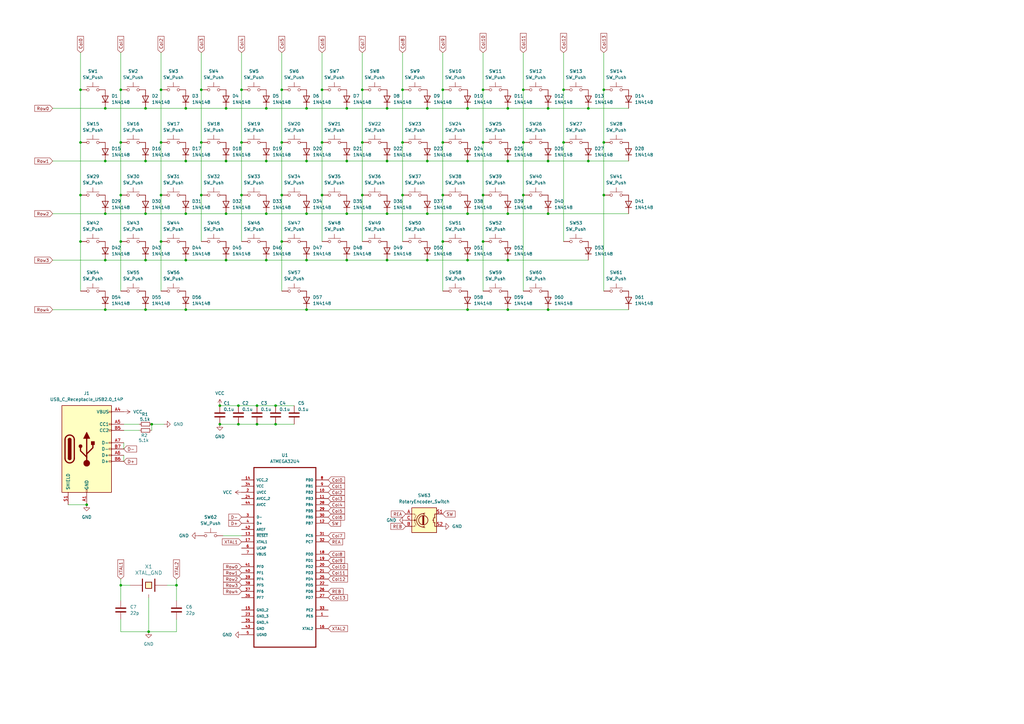
<source format=kicad_sch>
(kicad_sch (version 20241004) (generator "eeschema") (generator_version "8.99")
  (paper "A3")
  (junction (at 113.03 173.99))
  (junction (at 198.12 58.42))
  (junction (at 115.57 58.42))
  (junction (at 208.28 127))
  (junction (at 158.75 87.63))
  (junction (at 49.53 80.01))
  (junction (at 191.77 127))
  (junction (at 198.12 99.06))
  (junction (at 49.53 58.42))
  (junction (at 59.69 44.45))
  (junction (at 175.26 66.04))
  (junction (at 97.79 173.99))
  (junction (at 142.24 87.63))
  (junction (at 43.18 106.68))
  (junction (at 76.2 66.04))
  (junction (at 165.1 58.42))
  (junction (at 142.24 106.68))
  (junction (at 33.02 36.83))
  (junction (at 224.79 127))
  (junction (at 62.23 173.99))
  (junction (at 33.02 99.06))
  (junction (at 43.18 127))
  (junction (at 214.63 58.42))
  (junction (at 72.39 240.03))
  (junction (at 247.65 36.83))
  (junction (at 66.04 36.83))
  (junction (at 175.26 44.45))
  (junction (at 109.22 44.45))
  (junction (at 208.28 87.63))
  (junction (at 43.18 87.63))
  (junction (at 158.75 66.04))
  (junction (at 43.18 44.45))
  (junction (at 43.18 66.04))
  (junction (at 115.57 99.06))
  (junction (at 132.08 58.42))
  (junction (at 191.77 44.45))
  (junction (at 224.79 44.45))
  (junction (at 99.06 58.42))
  (junction (at 125.73 127))
  (junction (at 125.73 87.63))
  (junction (at 76.2 127))
  (junction (at 92.71 66.04))
  (junction (at 132.08 80.01))
  (junction (at 181.61 80.01))
  (junction (at 158.75 44.45))
  (junction (at 148.59 36.83))
  (junction (at 66.04 80.01))
  (junction (at 76.2 87.63))
  (junction (at 214.63 80.01))
  (junction (at 241.3 44.45))
  (junction (at 109.22 87.63))
  (junction (at 198.12 36.83))
  (junction (at 191.77 106.68))
  (junction (at 241.3 66.04))
  (junction (at 59.69 66.04))
  (junction (at 99.06 80.01))
  (junction (at 82.55 36.83))
  (junction (at 105.41 173.99))
  (junction (at 66.04 99.06))
  (junction (at 92.71 87.63))
  (junction (at 109.22 106.68))
  (junction (at 191.77 87.63))
  (junction (at 33.02 58.42))
  (junction (at 175.26 87.63))
  (junction (at 99.06 36.83))
  (junction (at 142.24 66.04))
  (junction (at 224.79 87.63))
  (junction (at 224.79 66.04))
  (junction (at 181.61 58.42))
  (junction (at 247.65 58.42))
  (junction (at 49.53 240.03))
  (junction (at 115.57 80.01))
  (junction (at 105.41 166.37))
  (junction (at 125.73 106.68))
  (junction (at 59.69 127))
  (junction (at 125.73 66.04))
  (junction (at 59.69 87.63))
  (junction (at 142.24 44.45))
  (junction (at 208.28 66.04))
  (junction (at 113.03 166.37))
  (junction (at 76.2 106.68))
  (junction (at 231.14 58.42))
  (junction (at 49.53 36.83))
  (junction (at 97.79 166.37))
  (junction (at 90.17 166.37))
  (junction (at 198.12 80.01))
  (junction (at 181.61 99.06))
  (junction (at 191.77 66.04))
  (junction (at 208.28 44.45))
  (junction (at 214.63 36.83))
  (junction (at 59.69 106.68))
  (junction (at 247.65 80.01))
  (junction (at 115.57 36.83))
  (junction (at 208.28 106.68))
  (junction (at 165.1 36.83))
  (junction (at 231.14 36.83))
  (junction (at 148.59 58.42))
  (junction (at 148.59 80.01))
  (junction (at 60.96 259.08))
  (junction (at 76.2 44.45))
  (junction (at 92.71 44.45))
  (junction (at 49.53 99.06))
  (junction (at 92.71 106.68))
  (junction (at 33.02 80.01))
  (junction (at 82.55 80.01))
  (junction (at 175.26 106.68))
  (junction (at 132.08 36.83))
  (junction (at 181.61 36.83))
  (junction (at 82.55 58.42))
  (junction (at 165.1 80.01))
  (junction (at 35.56 207.01))
  (junction (at 158.75 106.68))
  (junction (at 90.17 173.99))
  (junction (at 109.22 66.04))
  (junction (at 125.73 44.45))
  (junction (at 66.04 58.42))
  (wire (pts (xy 99.06 36.83) (xy 99.06 58.42)))
  (wire (pts (xy 76.2 127) (xy 125.73 127)))
  (wire (pts (xy 82.55 80.01) (xy 82.55 99.06)))
  (wire (pts (xy 125.73 44.45) (xy 142.24 44.45)))
  (wire (pts (xy 72.39 237.49) (xy 72.39 240.03)))
  (wire (pts (xy 247.65 58.42) (xy 247.65 80.01)))
  (wire (pts (xy 109.22 87.63) (xy 125.73 87.63)))
  (wire (pts (xy 72.39 254) (xy 72.39 259.08)))
  (wire (pts (xy 198.12 21.59) (xy 198.12 36.83)))
  (wire (pts (xy 231.14 21.59) (xy 231.14 36.83)))
  (wire (pts (xy 241.3 44.45) (xy 257.81 44.45)))
  (wire (pts (xy 113.03 173.99) (xy 120.65 173.99)))
  (wire (pts (xy 175.26 87.63) (xy 191.77 87.63)))
  (wire (pts (xy 33.02 58.42) (xy 33.02 80.01)))
  (wire (pts (xy 158.75 44.45) (xy 175.26 44.45)))
  (wire (pts (xy 208.28 106.68) (xy 241.3 106.68)))
  (wire (pts (xy 198.12 36.83) (xy 198.12 58.42)))
  (wire (pts (xy 148.59 21.59) (xy 148.59 36.83)))
  (wire (pts (xy 60.96 245.11) (xy 60.96 259.08)))
  (wire (pts (xy 214.63 80.01) (xy 214.63 119.38)))
  (wire (pts (xy 43.18 106.68) (xy 59.69 106.68)))
  (wire (pts (xy 208.28 44.45) (xy 224.79 44.45)))
  (wire (pts (xy 72.39 259.08) (xy 60.96 259.08)))
  (wire (pts (xy 43.18 44.45) (xy 59.69 44.45)))
  (wire (pts (xy 208.28 127) (xy 224.79 127)))
  (wire (pts (xy 27.94 207.01) (xy 35.56 207.01)))
  (wire (pts (xy 66.04 58.42) (xy 66.04 80.01)))
  (wire (pts (xy 49.53 237.49) (xy 49.53 240.03)))
  (wire (pts (xy 115.57 80.01) (xy 115.57 99.06)))
  (wire (pts (xy 82.55 21.59) (xy 82.55 36.83)))
  (wire (pts (xy 181.61 58.42) (xy 181.61 80.01)))
  (wire (pts (xy 181.61 80.01) (xy 181.61 99.06)))
  (wire (pts (xy 97.79 173.99) (xy 105.41 173.99)))
  (wire (pts (xy 142.24 106.68) (xy 158.75 106.68)))
  (wire (pts (xy 158.75 106.68) (xy 175.26 106.68)))
  (wire (pts (xy 247.65 36.83) (xy 247.65 58.42)))
  (wire (pts (xy 191.77 87.63) (xy 208.28 87.63)))
  (wire (pts (xy 165.1 36.83) (xy 165.1 58.42)))
  (wire (pts (xy 99.06 80.01) (xy 99.06 99.06)))
  (wire (pts (xy 224.79 87.63) (xy 257.81 87.63)))
  (wire (pts (xy 33.02 21.59) (xy 33.02 36.83)))
  (wire (pts (xy 91.44 219.71) (xy 99.06 219.71)))
  (wire (pts (xy 66.04 36.83) (xy 66.04 58.42)))
  (wire (pts (xy 92.71 44.45) (xy 109.22 44.45)))
  (wire (pts (xy 115.57 36.83) (xy 115.57 58.42)))
  (wire (pts (xy 99.06 21.59) (xy 99.06 36.83)))
  (wire (pts (xy 158.75 87.63) (xy 175.26 87.63)))
  (wire (pts (xy 142.24 66.04) (xy 158.75 66.04)))
  (wire (pts (xy 142.24 87.63) (xy 158.75 87.63)))
  (wire (pts (xy 21.59 44.45) (xy 43.18 44.45)))
  (wire (pts (xy 214.63 58.42) (xy 214.63 80.01)))
  (wire (pts (xy 191.77 127) (xy 208.28 127)))
  (wire (pts (xy 109.22 66.04) (xy 125.73 66.04)))
  (wire (pts (xy 59.69 106.68) (xy 76.2 106.68)))
  (wire (pts (xy 148.59 58.42) (xy 148.59 80.01)))
  (wire (pts (xy 198.12 80.01) (xy 198.12 99.06)))
  (wire (pts (xy 50.8 176.53) (xy 57.15 176.53)))
  (wire (pts (xy 142.24 44.45) (xy 158.75 44.45)))
  (wire (pts (xy 21.59 106.68) (xy 43.18 106.68)))
  (wire (pts (xy 198.12 58.42) (xy 198.12 80.01)))
  (wire (pts (xy 115.57 21.59) (xy 115.57 36.83)))
  (wire (pts (xy 109.22 44.45) (xy 125.73 44.45)))
  (wire (pts (xy 33.02 80.01) (xy 33.02 99.06)))
  (wire (pts (xy 49.53 240.03) (xy 49.53 246.38)))
  (wire (pts (xy 224.79 44.45) (xy 241.3 44.45)))
  (wire (pts (xy 198.12 99.06) (xy 198.12 119.38)))
  (wire (pts (xy 208.28 87.63) (xy 224.79 87.63)))
  (wire (pts (xy 33.02 99.06) (xy 33.02 119.38)))
  (wire (pts (xy 125.73 87.63) (xy 142.24 87.63)))
  (wire (pts (xy 43.18 87.63) (xy 59.69 87.63)))
  (wire (pts (xy 115.57 99.06) (xy 115.57 119.38)))
  (wire (pts (xy 66.04 80.01) (xy 66.04 99.06)))
  (wire (pts (xy 115.57 58.42) (xy 115.57 80.01)))
  (wire (pts (xy 43.18 66.04) (xy 59.69 66.04)))
  (wire (pts (xy 33.02 36.83) (xy 33.02 58.42)))
  (wire (pts (xy 132.08 58.42) (xy 132.08 80.01)))
  (wire (pts (xy 105.41 173.99) (xy 113.03 173.99)))
  (wire (pts (xy 49.53 240.03) (xy 53.34 240.03)))
  (wire (pts (xy 49.53 58.42) (xy 49.53 80.01)))
  (wire (pts (xy 49.53 80.01) (xy 49.53 99.06)))
  (wire (pts (xy 191.77 66.04) (xy 208.28 66.04)))
  (wire (pts (xy 82.55 36.83) (xy 82.55 58.42)))
  (wire (pts (xy 132.08 21.59) (xy 132.08 36.83)))
  (wire (pts (xy 92.71 66.04) (xy 109.22 66.04)))
  (wire (pts (xy 60.96 259.08) (xy 49.53 259.08)))
  (wire (pts (xy 62.23 173.99) (xy 67.31 173.99)))
  (wire (pts (xy 247.65 21.59) (xy 247.65 36.83)))
  (wire (pts (xy 224.79 127) (xy 257.81 127)))
  (wire (pts (xy 158.75 66.04) (xy 175.26 66.04)))
  (wire (pts (xy 214.63 36.83) (xy 214.63 58.42)))
  (wire (pts (xy 49.53 259.08) (xy 49.53 254)))
  (wire (pts (xy 21.59 87.63) (xy 43.18 87.63)))
  (wire (pts (xy 62.23 173.99) (xy 62.23 176.53)))
  (wire (pts (xy 66.04 21.59) (xy 66.04 36.83)))
  (wire (pts (xy 165.1 58.42) (xy 165.1 80.01)))
  (wire (pts (xy 50.8 186.69) (xy 50.8 189.23)))
  (wire (pts (xy 76.2 87.63) (xy 92.71 87.63)))
  (wire (pts (xy 241.3 66.04) (xy 257.81 66.04)))
  (wire (pts (xy 68.58 240.03) (xy 72.39 240.03)))
  (wire (pts (xy 224.79 66.04) (xy 241.3 66.04)))
  (wire (pts (xy 148.59 80.01) (xy 148.59 99.06)))
  (wire (pts (xy 109.22 106.68) (xy 125.73 106.68)))
  (wire (pts (xy 191.77 44.45) (xy 208.28 44.45)))
  (wire (pts (xy 214.63 21.59) (xy 214.63 36.83)))
  (wire (pts (xy 191.77 106.68) (xy 208.28 106.68)))
  (wire (pts (xy 50.8 173.99) (xy 57.15 173.99)))
  (wire (pts (xy 132.08 36.83) (xy 132.08 58.42)))
  (wire (pts (xy 148.59 36.83) (xy 148.59 58.42)))
  (wire (pts (xy 175.26 44.45) (xy 191.77 44.45)))
  (wire (pts (xy 165.1 80.01) (xy 165.1 99.06)))
  (wire (pts (xy 125.73 127) (xy 191.77 127)))
  (wire (pts (xy 59.69 87.63) (xy 76.2 87.63)))
  (wire (pts (xy 76.2 44.45) (xy 92.71 44.45)))
  (wire (pts (xy 49.53 99.06) (xy 49.53 119.38)))
  (wire (pts (xy 59.69 66.04) (xy 76.2 66.04)))
  (wire (pts (xy 90.17 173.99) (xy 97.79 173.99)))
  (wire (pts (xy 231.14 58.42) (xy 231.14 99.06)))
  (wire (pts (xy 21.59 127) (xy 43.18 127)))
  (wire (pts (xy 59.69 127) (xy 76.2 127)))
  (wire (pts (xy 113.03 166.37) (xy 120.65 166.37)))
  (wire (pts (xy 99.06 58.42) (xy 99.06 80.01)))
  (wire (pts (xy 90.17 166.37) (xy 97.79 166.37)))
  (wire (pts (xy 175.26 106.68) (xy 191.77 106.68)))
  (wire (pts (xy 105.41 166.37) (xy 113.03 166.37)))
  (wire (pts (xy 92.71 106.68) (xy 109.22 106.68)))
  (wire (pts (xy 175.26 66.04) (xy 191.77 66.04)))
  (wire (pts (xy 181.61 99.06) (xy 181.61 119.38)))
  (wire (pts (xy 181.61 36.83) (xy 181.61 58.42)))
  (wire (pts (xy 125.73 66.04) (xy 142.24 66.04)))
  (wire (pts (xy 132.08 80.01) (xy 132.08 99.06)))
  (wire (pts (xy 181.61 21.59) (xy 181.61 36.83)))
  (wire (pts (xy 49.53 36.83) (xy 49.53 58.42)))
  (wire (pts (xy 21.59 66.04) (xy 43.18 66.04)))
  (wire (pts (xy 66.04 99.06) (xy 66.04 119.38)))
  (wire (pts (xy 59.69 44.45) (xy 76.2 44.45)))
  (wire (pts (xy 165.1 21.59) (xy 165.1 36.83)))
  (wire (pts (xy 231.14 36.83) (xy 231.14 58.42)))
  (wire (pts (xy 97.79 166.37) (xy 105.41 166.37)))
  (wire (pts (xy 49.53 21.59) (xy 49.53 36.83)))
  (wire (pts (xy 50.8 181.61) (xy 50.8 184.15)))
  (wire (pts (xy 125.73 106.68) (xy 142.24 106.68)))
  (wire (pts (xy 247.65 80.01) (xy 247.65 119.38)))
  (wire (pts (xy 72.39 240.03) (xy 72.39 246.38)))
  (wire (pts (xy 43.18 127) (xy 59.69 127)))
  (wire (pts (xy 76.2 66.04) (xy 92.71 66.04)))
  (wire (pts (xy 208.28 66.04) (xy 224.79 66.04)))
  (wire (pts (xy 82.55 58.42) (xy 82.55 80.01)))
  (wire (pts (xy 76.2 106.68) (xy 92.71 106.68)))
  (wire (pts (xy 92.71 87.63) (xy 109.22 87.63)))
  (global_label "Row3" (shape input) (at 21.59 106.68 180) (property "Intersheetrefs" "${INTERSHEET_REFS}" (effects (hide yes))))
  (global_label "Col1" (shape input) (at 134.62 199.39 0) (property "Intersheetrefs" "${INTERSHEET_REFS}" (effects (hide yes))))
  (global_label "Col6" (shape input) (at 132.08 21.59 90) (property "Intersheetrefs" "${INTERSHEET_REFS}" (effects (hide yes))))
  (global_label "Col12" (shape input) (at 134.62 237.49 0) (property "Intersheetrefs" "${INTERSHEET_REFS}" (effects (hide yes))))
  (global_label "XTAL1" (shape input) (at 49.53 237.49 90) (property "Intersheetrefs" "${INTERSHEET_REFS}" (effects (hide yes))))
  (global_label "REB" (shape input) (at 134.62 242.57 0) (property "Intersheetrefs" "${INTERSHEET_REFS}" (effects (hide yes))))
  (global_label "Col5" (shape input) (at 115.57 21.59 90) (property "Intersheetrefs" "${INTERSHEET_REFS}" (effects (hide yes))))
  (global_label "Row2" (shape input) (at 99.06 237.49 180) (property "Intersheetrefs" "${INTERSHEET_REFS}" (effects (hide yes))))
  (global_label "Col10" (shape input) (at 198.12 21.59 90) (property "Intersheetrefs" "${INTERSHEET_REFS}" (effects (hide yes))))
  (global_label "SW" (shape input) (at 134.62 214.63 0) (property "Intersheetrefs" "${INTERSHEET_REFS}" (effects (hide yes))))
  (global_label "Col0" (shape input) (at 134.62 196.85 0) (property "Intersheetrefs" "${INTERSHEET_REFS}" (effects (hide yes))))
  (global_label "Col13" (shape input) (at 134.62 245.11 0) (property "Intersheetrefs" "${INTERSHEET_REFS}" (effects (hide yes))))
  (global_label "D-" (shape input) (at 99.06 212.09 180) (property "Intersheetrefs" "${INTERSHEET_REFS}" (effects (hide yes))))
  (global_label "Col4" (shape input) (at 99.06 21.59 90) (property "Intersheetrefs" "${INTERSHEET_REFS}" (effects (hide yes))))
  (global_label "Row0" (shape input) (at 99.06 232.41 180) (property "Intersheetrefs" "${INTERSHEET_REFS}" (effects (hide yes))))
  (global_label "D-" (shape input) (at 50.8 184.15 0) (property "Intersheetrefs" "${INTERSHEET_REFS}" (effects (hide yes))))
  (global_label "Row1" (shape input) (at 99.06 234.95 180) (property "Intersheetrefs" "${INTERSHEET_REFS}" (effects (hide yes))))
  (global_label "Col0" (shape input) (at 33.02 21.59 90) (property "Intersheetrefs" "${INTERSHEET_REFS}" (effects (hide yes))))
  (global_label "XTAL1" (shape input) (at 99.06 222.25 180) (property "Intersheetrefs" "${INTERSHEET_REFS}" (effects (hide yes))))
  (global_label "Col9" (shape input) (at 134.62 229.87 0) (property "Intersheetrefs" "${INTERSHEET_REFS}" (effects (hide yes))))
  (global_label "Col2" (shape input) (at 134.62 201.93 0) (property "Intersheetrefs" "${INTERSHEET_REFS}" (effects (hide yes))))
  (global_label "XTAL2" (shape input) (at 72.39 237.49 90) (property "Intersheetrefs" "${INTERSHEET_REFS}" (effects (hide yes))))
  (global_label "REB" (shape input) (at 166.37 215.9 180) (property "Intersheetrefs" "${INTERSHEET_REFS}" (effects (hide yes))))
  (global_label "Row4" (shape input) (at 21.59 127 180) (property "Intersheetrefs" "${INTERSHEET_REFS}" (effects (hide yes))))
  (global_label "Row4" (shape input) (at 99.06 242.57 180) (property "Intersheetrefs" "${INTERSHEET_REFS}" (effects (hide yes))))
  (global_label "Col13" (shape input) (at 247.65 21.59 90) (property "Intersheetrefs" "${INTERSHEET_REFS}" (effects (hide yes))))
  (global_label "Col3" (shape input) (at 134.62 204.47 0) (property "Intersheetrefs" "${INTERSHEET_REFS}" (effects (hide yes))))
  (global_label "Col11" (shape input) (at 134.62 234.95 0) (property "Intersheetrefs" "${INTERSHEET_REFS}" (effects (hide yes))))
  (global_label "SW" (shape input) (at 181.61 210.82 0) (property "Intersheetrefs" "${INTERSHEET_REFS}" (effects (hide yes))))
  (global_label "Col12" (shape input) (at 231.14 21.59 90) (property "Intersheetrefs" "${INTERSHEET_REFS}" (effects (hide yes))))
  (global_label "Row0" (shape input) (at 21.59 44.45 180) (property "Intersheetrefs" "${INTERSHEET_REFS}" (effects (hide yes))))
  (global_label "XTAL2" (shape input) (at 134.62 257.81 0) (property "Intersheetrefs" "${INTERSHEET_REFS}" (effects (hide yes))))
  (global_label "Row2" (shape input) (at 21.59 87.63 180) (property "Intersheetrefs" "${INTERSHEET_REFS}" (effects (hide yes))))
  (global_label "REA" (shape input) (at 166.37 210.82 180) (property "Intersheetrefs" "${INTERSHEET_REFS}" (effects (hide yes))))
  (global_label "Col4" (shape input) (at 134.62 207.01 0) (property "Intersheetrefs" "${INTERSHEET_REFS}" (effects (hide yes))))
  (global_label "Col6" (shape input) (at 134.62 212.09 0) (property "Intersheetrefs" "${INTERSHEET_REFS}" (effects (hide yes))))
  (global_label "Col11" (shape input) (at 214.63 21.59 90) (property "Intersheetrefs" "${INTERSHEET_REFS}" (effects (hide yes))))
  (global_label "Col8" (shape input) (at 165.1 21.59 90) (property "Intersheetrefs" "${INTERSHEET_REFS}" (effects (hide yes))))
  (global_label "Row3" (shape input) (at 99.06 240.03 180) (property "Intersheetrefs" "${INTERSHEET_REFS}" (effects (hide yes))))
  (global_label "Col7" (shape input) (at 148.59 21.59 90) (property "Intersheetrefs" "${INTERSHEET_REFS}" (effects (hide yes))))
  (global_label "REA" (shape input) (at 134.62 222.25 0) (property "Intersheetrefs" "${INTERSHEET_REFS}" (effects (hide yes))))
  (global_label "D+" (shape input) (at 50.8 189.23 0) (property "Intersheetrefs" "${INTERSHEET_REFS}" (effects (hide yes))))
  (global_label "Row1" (shape input) (at 21.59 66.04 180) (property "Intersheetrefs" "${INTERSHEET_REFS}" (effects (hide yes))))
  (global_label "Col8" (shape input) (at 134.62 227.33 0) (property "Intersheetrefs" "${INTERSHEET_REFS}" (effects (hide yes))))
  (global_label "Col3" (shape input) (at 82.55 21.59 90) (property "Intersheetrefs" "${INTERSHEET_REFS}" (effects (hide yes))))
  (global_label "Col2" (shape input) (at 66.04 21.59 90) (property "Intersheetrefs" "${INTERSHEET_REFS}" (effects (hide yes))))
  (global_label "Col7" (shape input) (at 134.62 219.71 0) (property "Intersheetrefs" "${INTERSHEET_REFS}" (effects (hide yes))))
  (global_label "Col1" (shape input) (at 49.53 21.59 90) (property "Intersheetrefs" "${INTERSHEET_REFS}" (effects (hide yes))))
  (global_label "D+" (shape input) (at 99.06 214.63 180) (property "Intersheetrefs" "${INTERSHEET_REFS}" (effects (hide yes))))
  (global_label "Col10" (shape input) (at 134.62 232.41 0) (property "Intersheetrefs" "${INTERSHEET_REFS}" (effects (hide yes))))
  (global_label "Col5" (shape input) (at 134.62 209.55 0) (property "Intersheetrefs" "${INTERSHEET_REFS}" (effects (hide yes))))
  (global_label "Col9" (shape input) (at 181.61 21.59 90) (property "Intersheetrefs" "${INTERSHEET_REFS}" (effects (hide yes))))
  (symbol (lib_id "Diode:1N4148") (at 191.77 40.64 90) (unit 1)
    (property "Reference" "D10" (at 194.31 39.3699 90) (effects (justify right)))
    (property "Value" "1N4148" (at 194.31 41.9099 90) (effects (justify right)))
    (property "Footprint" "Diode_THT:D_DO-35_SOD27_P7.62mm_Horizontal" (effects (hide yes)))
    (property "Datasheet" "https://assets.nexperia.com/documents/data-sheet/1N4148_1N4448.pdf" (effects (hide yes)))
    (property "Description" "100V 0.15A standard switching diode, DO-35" (effects (hide yes)))
    (property "Sim.Device" "D" (effects (hide yes)))
    (property "Sim.Pins" "1=K 2=A" (effects (hide yes)))
  )
  (symbol (lib_id "Switch:SW_Push") (at 38.1 80.01 0) (unit 1)
    (property "Reference" "SW29" (at 38.1 72.39 0))
    (property "Value" "SW_Push" (at 38.1 74.93 0))
    (property "Footprint" "MX_Alps_Hybrid:MX-Alps-Hybrid-1.75U" (effects (hide yes)))
    (property "Description" "Push button switch, generic, two pins" (effects (hide yes)))
  )
  (symbol (lib_id "Switch:SW_Push") (at 54.61 80.01 0) (unit 1)
    (property "Reference" "SW30" (at 54.61 72.39 0))
    (property "Value" "SW_Push" (at 54.61 74.93 0))
    (property "Footprint" "MX_Alps_Hybrid:MX-Alps-Hybrid-1U" (effects (hide yes)))
    (property "Description" "Push button switch, generic, two pins" (effects (hide yes)))
  )
  (symbol (lib_id "Diode:1N4148") (at 257.81 83.82 90) (unit 1)
    (property "Reference" "D41" (at 260.35 82.5499 90) (effects (justify right)))
    (property "Value" "1N4148" (at 260.35 85.0899 90) (effects (justify right)))
    (property "Footprint" "Diode_THT:D_DO-35_SOD27_P7.62mm_Horizontal" (effects (hide yes)))
    (property "Datasheet" "https://assets.nexperia.com/documents/data-sheet/1N4148_1N4448.pdf" (effects (hide yes)))
    (property "Description" "100V 0.15A standard switching diode, DO-35" (effects (hide yes)))
    (property "Sim.Device" "D" (effects (hide yes)))
    (property "Sim.Pins" "1=K 2=A" (effects (hide yes)))
  )
  (symbol (lib_id "Diode:1N4148") (at 43.18 83.82 90) (unit 1)
    (property "Reference" "D29" (at 45.72 82.5499 90) (effects (justify right)))
    (property "Value" "1N4148" (at 45.72 85.0899 90) (effects (justify right)))
    (property "Footprint" "Diode_THT:D_DO-35_SOD27_P7.62mm_Horizontal" (effects (hide yes)))
    (property "Datasheet" "https://assets.nexperia.com/documents/data-sheet/1N4148_1N4448.pdf" (effects (hide yes)))
    (property "Description" "100V 0.15A standard switching diode, DO-35" (effects (hide yes)))
    (property "Sim.Device" "D" (effects (hide yes)))
    (property "Sim.Pins" "1=K 2=A" (effects (hide yes)))
  )
  (symbol (lib_id "Diode:1N4148") (at 224.79 83.82 90) (unit 1)
    (property "Reference" "D40" (at 227.33 82.5499 90) (effects (justify right)))
    (property "Value" "1N4148" (at 227.33 85.0899 90) (effects (justify right)))
    (property "Footprint" "Diode_THT:D_DO-35_SOD27_P7.62mm_Horizontal" (effects (hide yes)))
    (property "Datasheet" "https://assets.nexperia.com/documents/data-sheet/1N4148_1N4448.pdf" (effects (hide yes)))
    (property "Description" "100V 0.15A standard switching diode, DO-35" (effects (hide yes)))
    (property "Sim.Device" "D" (effects (hide yes)))
    (property "Sim.Pins" "1=K 2=A" (effects (hide yes)))
  )
  (symbol (lib_id "power:GND") (at 81.28 219.71 270) (unit 1)
    (property "Reference" "#PWR07" (effects (hide yes)))
    (property "Value" "GND" (at 77.47 219.7099 90) (effects (justify right)))
    (property "Description" "Power symbol creates a global label with name \"GND\" , ground" (effects (hide yes)))
  )
  (symbol (lib_id "Switch:SW_Push") (at 87.63 99.06 0) (unit 1)
    (property "Reference" "SW45" (at 87.63 91.44 0))
    (property "Value" "SW_Push" (at 87.63 93.98 0))
    (property "Footprint" "MX_Alps_Hybrid:MX-Alps-Hybrid-1U" (effects (hide yes)))
    (property "Description" "Push button switch, generic, two pins" (effects (hide yes)))
  )
  (symbol (lib_id "Switch:SW_Push") (at 137.16 58.42 0) (unit 1)
    (property "Reference" "SW21" (at 137.16 50.8 0))
    (property "Value" "SW_Push" (at 137.16 53.34 0))
    (property "Footprint" "MX_Alps_Hybrid:MX-Alps-Hybrid-1U" (effects (hide yes)))
    (property "Description" "Push button switch, generic, two pins" (effects (hide yes)))
  )
  (symbol (lib_id "Diode:1N4148") (at 76.2 102.87 90) (unit 1)
    (property "Reference" "D44" (at 78.74 101.5999 90) (effects (justify right)))
    (property "Value" "1N4148" (at 78.74 104.1399 90) (effects (justify right)))
    (property "Footprint" "Diode_THT:D_DO-35_SOD27_P7.62mm_Horizontal" (effects (hide yes)))
    (property "Datasheet" "https://assets.nexperia.com/documents/data-sheet/1N4148_1N4448.pdf" (effects (hide yes)))
    (property "Description" "100V 0.15A standard switching diode, DO-35" (effects (hide yes)))
    (property "Sim.Device" "D" (effects (hide yes)))
    (property "Sim.Pins" "1=K 2=A" (effects (hide yes)))
  )
  (symbol (lib_id "Diode:1N4148") (at 43.18 62.23 90) (unit 1)
    (property "Reference" "D15" (at 45.72 60.9599 90) (effects (justify right)))
    (property "Value" "1N4148" (at 45.72 63.4999 90) (effects (justify right)))
    (property "Footprint" "Diode_THT:D_DO-35_SOD27_P7.62mm_Horizontal" (effects (hide yes)))
    (property "Datasheet" "https://assets.nexperia.com/documents/data-sheet/1N4148_1N4448.pdf" (effects (hide yes)))
    (property "Description" "100V 0.15A standard switching diode, DO-35" (effects (hide yes)))
    (property "Sim.Device" "D" (effects (hide yes)))
    (property "Sim.Pins" "1=K 2=A" (effects (hide yes)))
  )
  (symbol (lib_id "power:GND") (at 60.96 259.08 0) (unit 1)
    (property "Reference" "#PWR08" (effects (hide yes)))
    (property "Value" "GND" (at 60.96 264.16 0))
    (property "Description" "Power symbol creates a global label with name \"GND\" , ground" (effects (hide yes)))
  )
  (symbol (lib_id "Diode:1N4148") (at 158.75 40.64 90) (unit 1)
    (property "Reference" "D8" (at 161.29 39.3699 90) (effects (justify right)))
    (property "Value" "1N4148" (at 161.29 41.9099 90) (effects (justify right)))
    (property "Footprint" "Diode_THT:D_DO-35_SOD27_P7.62mm_Horizontal" (effects (hide yes)))
    (property "Datasheet" "https://assets.nexperia.com/documents/data-sheet/1N4148_1N4448.pdf" (effects (hide yes)))
    (property "Description" "100V 0.15A standard switching diode, DO-35" (effects (hide yes)))
    (property "Sim.Device" "D" (effects (hide yes)))
    (property "Sim.Pins" "1=K 2=A" (effects (hide yes)))
  )
  (symbol (lib_id "Switch:SW_Push") (at 137.16 99.06 0) (unit 1)
    (property "Reference" "SW48" (at 137.16 91.44 0))
    (property "Value" "SW_Push" (at 137.16 93.98 0))
    (property "Footprint" "MX_Alps_Hybrid:MX-Alps-Hybrid-1U" (effects (hide yes)))
    (property "Description" "Push button switch, generic, two pins" (effects (hide yes)))
  )
  (symbol (lib_id "Switch:SW_Push") (at 219.71 80.01 0) (unit 1)
    (property "Reference" "SW40" (at 219.71 72.39 0))
    (property "Value" "SW_Push" (at 219.71 74.93 0))
    (property "Footprint" "MX_Alps_Hybrid:MX-Alps-Hybrid-1U" (effects (hide yes)))
    (property "Description" "Push button switch, generic, two pins" (effects (hide yes)))
  )
  (symbol (lib_id "Switch:SW_Push") (at 38.1 58.42 0) (unit 1)
    (property "Reference" "SW15" (at 38.1 50.8 0))
    (property "Value" "SW_Push" (at 38.1 53.34 0))
    (property "Footprint" "MX_Alps_Hybrid:MX-Alps-Hybrid-1.5U" (effects (hide yes)))
    (property "Description" "Push button switch, generic, two pins" (effects (hide yes)))
  )
  (symbol (lib_id "Diode:1N4148") (at 208.28 62.23 90) (unit 1)
    (property "Reference" "D25" (at 210.82 60.9599 90) (effects (justify right)))
    (property "Value" "1N4148" (at 210.82 63.4999 90) (effects (justify right)))
    (property "Footprint" "Diode_THT:D_DO-35_SOD27_P7.62mm_Horizontal" (effects (hide yes)))
    (property "Datasheet" "https://assets.nexperia.com/documents/data-sheet/1N4148_1N4448.pdf" (effects (hide yes)))
    (property "Description" "100V 0.15A standard switching diode, DO-35" (effects (hide yes)))
    (property "Sim.Device" "D" (effects (hide yes)))
    (property "Sim.Pins" "1=K 2=A" (effects (hide yes)))
  )
  (symbol (lib_id "Diode:1N4148") (at 257.81 62.23 90) (unit 1)
    (property "Reference" "D28" (at 260.35 60.9599 90) (effects (justify right)))
    (property "Value" "1N4148" (at 260.35 63.4999 90) (effects (justify right)))
    (property "Footprint" "Diode_THT:D_DO-35_SOD27_P7.62mm_Horizontal" (effects (hide yes)))
    (property "Datasheet" "https://assets.nexperia.com/documents/data-sheet/1N4148_1N4448.pdf" (effects (hide yes)))
    (property "Description" "100V 0.15A standard switching diode, DO-35" (effects (hide yes)))
    (property "Sim.Device" "D" (effects (hide yes)))
    (property "Sim.Pins" "1=K 2=A" (effects (hide yes)))
  )
  (symbol (lib_id "Switch:SW_Push") (at 120.65 99.06 0) (unit 1)
    (property "Reference" "SW47" (at 120.65 91.44 0))
    (property "Value" "SW_Push" (at 120.65 93.98 0))
    (property "Footprint" "MX_Alps_Hybrid:MX-Alps-Hybrid-1U" (effects (hide yes)))
    (property "Description" "Push button switch, generic, two pins" (effects (hide yes)))
  )
  (symbol (lib_id "Switch:SW_Push") (at 203.2 36.83 0) (unit 1)
    (property "Reference" "SW11" (at 203.2 29.21 0))
    (property "Value" "SW_Push" (at 203.2 31.75 0))
    (property "Footprint" "MX_Alps_Hybrid:MX-Alps-Hybrid-1U" (effects (hide yes)))
    (property "Description" "Push button switch, generic, two pins" (effects (hide yes)))
  )
  (symbol (lib_id "Switch:SW_Push") (at 71.12 80.01 0) (unit 1)
    (property "Reference" "SW31" (at 71.12 72.39 0))
    (property "Value" "SW_Push" (at 71.12 74.93 0))
    (property "Footprint" "MX_Alps_Hybrid:MX-Alps-Hybrid-1U" (effects (hide yes)))
    (property "Description" "Push button switch, generic, two pins" (effects (hide yes)))
  )
  (symbol (lib_id "Diode:1N4148") (at 175.26 62.23 90) (unit 1)
    (property "Reference" "D23" (at 177.8 60.9599 90) (effects (justify right)))
    (property "Value" "1N4148" (at 177.8 63.4999 90) (effects (justify right)))
    (property "Footprint" "Diode_THT:D_DO-35_SOD27_P7.62mm_Horizontal" (effects (hide yes)))
    (property "Datasheet" "https://assets.nexperia.com/documents/data-sheet/1N4148_1N4448.pdf" (effects (hide yes)))
    (property "Description" "100V 0.15A standard switching diode, DO-35" (effects (hide yes)))
    (property "Sim.Device" "D" (effects (hide yes)))
    (property "Sim.Pins" "1=K 2=A" (effects (hide yes)))
  )
  (symbol (lib_id "Switch:SW_Push") (at 236.22 36.83 0) (unit 1)
    (property "Reference" "SW13" (at 236.22 29.21 0))
    (property "Value" "SW_Push" (at 236.22 31.75 0))
    (property "Footprint" "MX_Alps_Hybrid:MX-Alps-Hybrid-1U" (effects (hide yes)))
    (property "Description" "Push button switch, generic, two pins" (effects (hide yes)))
  )
  (symbol (lib_id "Diode:1N4148") (at 125.73 102.87 90) (unit 1)
    (property "Reference" "D47" (at 128.27 101.5999 90) (effects (justify right)))
    (property "Value" "1N4148" (at 128.27 104.1399 90) (effects (justify right)))
    (property "Footprint" "Diode_THT:D_DO-35_SOD27_P7.62mm_Horizontal" (effects (hide yes)))
    (property "Datasheet" "https://assets.nexperia.com/documents/data-sheet/1N4148_1N4448.pdf" (effects (hide yes)))
    (property "Description" "100V 0.15A standard switching diode, DO-35" (effects (hide yes)))
    (property "Sim.Device" "D" (effects (hide yes)))
    (property "Sim.Pins" "1=K 2=A" (effects (hide yes)))
  )
  (symbol (lib_id "Switch:SW_Push") (at 153.67 99.06 0) (unit 1)
    (property "Reference" "SW49" (at 153.67 91.44 0))
    (property "Value" "SW_Push" (at 153.67 93.98 0))
    (property "Footprint" "MX_Alps_Hybrid:MX-Alps-Hybrid-1U" (effects (hide yes)))
    (property "Description" "Push button switch, generic, two pins" (effects (hide yes)))
  )
  (symbol (lib_id "Diode:1N4148") (at 76.2 83.82 90) (unit 1)
    (property "Reference" "D31" (at 78.74 82.5499 90) (effects (justify right)))
    (property "Value" "1N4148" (at 78.74 85.0899 90) (effects (justify right)))
    (property "Footprint" "Diode_THT:D_DO-35_SOD27_P7.62mm_Horizontal" (effects (hide yes)))
    (property "Datasheet" "https://assets.nexperia.com/documents/data-sheet/1N4148_1N4448.pdf" (effects (hide yes)))
    (property "Description" "100V 0.15A standard switching diode, DO-35" (effects (hide yes)))
    (property "Sim.Device" "D" (effects (hide yes)))
    (property "Sim.Pins" "1=K 2=A" (effects (hide yes)))
  )
  (symbol (lib_id "ATmega32U4:ATMEGA32U4") (at 116.84 224.79 0) (unit 1)
    (property "Reference" "U1" (at 116.84 186.69 0))
    (property "Value" "ATMEGA32U4" (at 116.84 189.23 0))
    (property "Footprint" "ATmega32U4:ATmega32U4" (effects (hide yes)))
  )
  (symbol (lib_id "Switch:SW_Push") (at 54.61 99.06 0) (unit 1)
    (property "Reference" "SW43" (at 54.61 91.44 0))
    (property "Value" "SW_Push" (at 54.61 93.98 0))
    (property "Footprint" "MX_Alps_Hybrid:MX-Alps-Hybrid-1U" (effects (hide yes)))
    (property "Description" "Push button switch, generic, two pins" (effects (hide yes)))
  )
  (symbol (lib_id "Diode:1N4148") (at 59.69 123.19 90) (unit 1)
    (property "Reference" "D55" (at 62.23 121.9199 90) (effects (justify right)))
    (property "Value" "1N4148" (at 62.23 124.4599 90) (effects (justify right)))
    (property "Footprint" "Diode_THT:D_DO-35_SOD27_P7.62mm_Horizontal" (effects (hide yes)))
    (property "Datasheet" "https://assets.nexperia.com/documents/data-sheet/1N4148_1N4448.pdf" (effects (hide yes)))
    (property "Description" "100V 0.15A standard switching diode, DO-35" (effects (hide yes)))
    (property "Sim.Device" "D" (effects (hide yes)))
    (property "Sim.Pins" "1=K 2=A" (effects (hide yes)))
  )
  (symbol (lib_id "Device:C") (at 113.03 170.18 0) (unit 1)
    (property "Reference" "C4" (at 114.554 165.354 0) (effects (justify left)))
    (property "Value" "0.1u" (at 114.554 167.894 0) (effects (justify left)))
    (property "Footprint" "Capacitor_SMD:C_0402_1005Metric_Pad0.74x0.62mm_HandSolder" (effects (hide yes)))
    (property "Description" "Unpolarized capacitor" (effects (hide yes)))
  )
  (symbol (lib_id "Diode:1N4148") (at 257.81 40.64 90) (unit 1)
    (property "Reference" "D14" (at 260.35 39.3699 90) (effects (justify right)))
    (property "Value" "1N4148" (at 260.35 41.9099 90) (effects (justify right)))
    (property "Footprint" "Diode_THT:D_DO-35_SOD27_P7.62mm_Horizontal" (effects (hide yes)))
    (property "Datasheet" "https://assets.nexperia.com/documents/data-sheet/1N4148_1N4448.pdf" (effects (hide yes)))
    (property "Description" "100V 0.15A standard switching diode, DO-35" (effects (hide yes)))
    (property "Sim.Device" "D" (effects (hide yes)))
    (property "Sim.Pins" "1=K 2=A" (effects (hide yes)))
  )
  (symbol (lib_id "Diode:1N4148") (at 92.71 40.64 90) (unit 1)
    (property "Reference" "D4" (at 95.25 39.3699 90) (effects (justify right)))
    (property "Value" "1N4148" (at 95.25 41.9099 90) (effects (justify right)))
    (property "Footprint" "Diode_THT:D_DO-35_SOD27_P7.62mm_Horizontal" (effects (hide yes)))
    (property "Datasheet" "https://assets.nexperia.com/documents/data-sheet/1N4148_1N4448.pdf" (effects (hide yes)))
    (property "Description" "100V 0.15A standard switching diode, DO-35" (effects (hide yes)))
    (property "Sim.Device" "D" (effects (hide yes)))
    (property "Sim.Pins" "1=K 2=A" (effects (hide yes)))
  )
  (symbol (lib_id "Diode:1N4148") (at 125.73 62.23 90) (unit 1)
    (property "Reference" "D20" (at 128.27 60.9599 90) (effects (justify right)))
    (property "Value" "1N4148" (at 128.27 63.4999 90) (effects (justify right)))
    (property "Footprint" "Diode_THT:D_DO-35_SOD27_P7.62mm_Horizontal" (effects (hide yes)))
    (property "Datasheet" "https://assets.nexperia.com/documents/data-sheet/1N4148_1N4448.pdf" (effects (hide yes)))
    (property "Description" "100V 0.15A standard switching diode, DO-35" (effects (hide yes)))
    (property "Sim.Device" "D" (effects (hide yes)))
    (property "Sim.Pins" "1=K 2=A" (effects (hide yes)))
  )
  (symbol (lib_id "Switch:SW_Push") (at 203.2 119.38 0) (unit 1)
    (property "Reference" "SW59" (at 203.2 111.76 0))
    (property "Value" "SW_Push" (at 203.2 114.3 0))
    (property "Footprint" "MX_Alps_Hybrid:MX-Alps-Hybrid-1.25U" (effects (hide yes)))
    (property "Description" "Push button switch, generic, two pins" (effects (hide yes)))
  )
  (symbol (lib_id "Diode:1N4148") (at 125.73 83.82 90) (unit 1)
    (property "Reference" "D34" (at 128.27 82.5499 90) (effects (justify right)))
    (property "Value" "1N4148" (at 128.27 85.0899 90) (effects (justify right)))
    (property "Footprint" "Diode_THT:D_DO-35_SOD27_P7.62mm_Horizontal" (effects (hide yes)))
    (property "Datasheet" "https://assets.nexperia.com/documents/data-sheet/1N4148_1N4448.pdf" (effects (hide yes)))
    (property "Description" "100V 0.15A standard switching diode, DO-35" (effects (hide yes)))
    (property "Sim.Device" "D" (effects (hide yes)))
    (property "Sim.Pins" "1=K 2=A" (effects (hide yes)))
  )
  (symbol (lib_id "Device:C") (at 49.53 250.19 0) (unit 1)
    (property "Reference" "C7" (at 53.34 248.9199 0) (effects (justify left)))
    (property "Value" "22p" (at 53.34 251.4599 0) (effects (justify left)))
    (property "Footprint" "Capacitor_SMD:C_0402_1005Metric_Pad0.74x0.62mm_HandSolder" (effects (hide yes)))
    (property "Description" "Unpolarized capacitor" (effects (hide yes)))
  )
  (symbol (lib_id "Diode:1N4148") (at 191.77 62.23 90) (unit 1)
    (property "Reference" "D24" (at 194.31 60.9599 90) (effects (justify right)))
    (property "Value" "1N4148" (at 194.31 63.4999 90) (effects (justify right)))
    (property "Footprint" "Diode_THT:D_DO-35_SOD27_P7.62mm_Horizontal" (effects (hide yes)))
    (property "Datasheet" "https://assets.nexperia.com/documents/data-sheet/1N4148_1N4448.pdf" (effects (hide yes)))
    (property "Description" "100V 0.15A standard switching diode, DO-35" (effects (hide yes)))
    (property "Sim.Device" "D" (effects (hide yes)))
    (property "Sim.Pins" "1=K 2=A" (effects (hide yes)))
  )
  (symbol (lib_id "Switch:SW_Push") (at 38.1 99.06 0) (unit 1)
    (property "Reference" "SW42" (at 38.1 91.44 0))
    (property "Value" "SW_Push" (at 38.1 93.98 0))
    (property "Footprint" "MX_Alps_Hybrid:MX-Alps-Hybrid-2.25U" (effects (hide yes)))
    (property "Description" "Push button switch, generic, two pins" (effects (hide yes)))
  )
  (symbol (lib_id "Switch:SW_Push") (at 219.71 119.38 0) (unit 1)
    (property "Reference" "SW60" (at 219.71 111.76 0))
    (property "Value" "SW_Push" (at 219.71 114.3 0))
    (property "Footprint" "MX_Alps_Hybrid:MX-Alps-Hybrid-1.25U" (effects (hide yes)))
    (property "Description" "Push button switch, generic, two pins" (effects (hide yes)))
  )
  (symbol (lib_id "Switch:SW_Push") (at 236.22 58.42 0) (unit 1)
    (property "Reference" "SW27" (at 236.22 50.8 0))
    (property "Value" "SW_Push" (at 236.22 53.34 0))
    (property "Footprint" "MX_Alps_Hybrid:MX-Alps-Hybrid-1U" (effects (hide yes)))
    (property "Description" "Push button switch, generic, two pins" (effects (hide yes)))
  )
  (symbol (lib_id "Switch:SW_Push") (at 170.18 36.83 0) (unit 1)
    (property "Reference" "SW9" (at 170.18 29.21 0))
    (property "Value" "SW_Push" (at 170.18 31.75 0))
    (property "Footprint" "MX_Alps_Hybrid:MX-Alps-Hybrid-1U" (effects (hide yes)))
    (property "Description" "Push button switch, generic, two pins" (effects (hide yes)))
  )
  (symbol (lib_id "Switch:SW_Push") (at 170.18 58.42 0) (unit 1)
    (property "Reference" "SW23" (at 170.18 50.8 0))
    (property "Value" "SW_Push" (at 170.18 53.34 0))
    (property "Footprint" "MX_Alps_Hybrid:MX-Alps-Hybrid-1U" (effects (hide yes)))
    (property "Description" "Push button switch, generic, two pins" (effects (hide yes)))
  )
  (symbol (lib_id "Switch:SW_Push") (at 87.63 80.01 0) (unit 1)
    (property "Reference" "SW32" (at 87.63 72.39 0))
    (property "Value" "SW_Push" (at 87.63 74.93 0))
    (property "Footprint" "MX_Alps_Hybrid:MX-Alps-Hybrid-1U" (effects (hide yes)))
    (property "Description" "Push button switch, generic, two pins" (effects (hide yes)))
  )
  (symbol (lib_id "Diode:1N4148") (at 158.75 102.87 90) (unit 1)
    (property "Reference" "D49" (at 161.29 101.5999 90) (effects (justify right)))
    (property "Value" "1N4148" (at 161.29 104.1399 90) (effects (justify right)))
    (property "Footprint" "Diode_THT:D_DO-35_SOD27_P7.62mm_Horizontal" (effects (hide yes)))
    (property "Datasheet" "https://assets.nexperia.com/documents/data-sheet/1N4148_1N4448.pdf" (effects (hide yes)))
    (property "Description" "100V 0.15A standard switching diode, DO-35" (effects (hide yes)))
    (property "Sim.Device" "D" (effects (hide yes)))
    (property "Sim.Pins" "1=K 2=A" (effects (hide yes)))
  )
  (symbol (lib_id "Diode:1N4148") (at 191.77 123.19 90) (unit 1)
    (property "Reference" "D58" (at 194.31 121.9199 90) (effects (justify right)))
    (property "Value" "1N4148" (at 194.31 124.4599 90) (effects (justify right)))
    (property "Footprint" "Diode_THT:D_DO-35_SOD27_P7.62mm_Horizontal" (effects (hide yes)))
    (property "Datasheet" "https://assets.nexperia.com/documents/data-sheet/1N4148_1N4448.pdf" (effects (hide yes)))
    (property "Description" "100V 0.15A standard switching diode, DO-35" (effects (hide yes)))
    (property "Sim.Device" "D" (effects (hide yes)))
    (property "Sim.Pins" "1=K 2=A" (effects (hide yes)))
  )
  (symbol (lib_id "Switch:SW_Push") (at 120.65 36.83 0) (unit 1)
    (property "Reference" "SW6" (at 120.65 29.21 0))
    (property "Value" "SW_Push" (at 120.65 31.75 0))
    (property "Footprint" "MX_Alps_Hybrid:MX-Alps-Hybrid-1U" (effects (hide yes)))
    (property "Description" "Push button switch, generic, two pins" (effects (hide yes)))
  )
  (symbol (lib_id "Switch:SW_Push") (at 86.36 219.71 0) (unit 1)
    (property "Reference" "SW62" (at 86.36 212.09 0))
    (property "Value" "SW_Push" (at 86.36 214.63 0))
    (property "Footprint" "Button_Switch_SMD:SW_SPST_TL3342" (effects (hide yes)))
    (property "Description" "Push button switch, generic, two pins" (effects (hide yes)))
  )
  (symbol (lib_id "Diode:1N4148") (at 92.71 62.23 90) (unit 1)
    (property "Reference" "D18" (at 95.25 60.9599 90) (effects (justify right)))
    (property "Value" "1N4148" (at 95.25 63.4999 90) (effects (justify right)))
    (property "Footprint" "Diode_THT:D_DO-35_SOD27_P7.62mm_Horizontal" (effects (hide yes)))
    (property "Datasheet" "https://assets.nexperia.com/documents/data-sheet/1N4148_1N4448.pdf" (effects (hide yes)))
    (property "Description" "100V 0.15A standard switching diode, DO-35" (effects (hide yes)))
    (property "Sim.Device" "D" (effects (hide yes)))
    (property "Sim.Pins" "1=K 2=A" (effects (hide yes)))
  )
  (symbol (lib_id "Switch:SW_Push") (at 104.14 80.01 0) (unit 1)
    (property "Reference" "SW33" (at 104.14 72.39 0))
    (property "Value" "SW_Push" (at 104.14 74.93 0))
    (property "Footprint" "MX_Alps_Hybrid:MX-Alps-Hybrid-1U" (effects (hide yes)))
    (property "Description" "Push button switch, generic, two pins" (effects (hide yes)))
  )
  (symbol (lib_id "Diode:1N4148") (at 142.24 83.82 90) (unit 1)
    (property "Reference" "D35" (at 144.78 82.5499 90) (effects (justify right)))
    (property "Value" "1N4148" (at 144.78 85.0899 90) (effects (justify right)))
    (property "Footprint" "Diode_THT:D_DO-35_SOD27_P7.62mm_Horizontal" (effects (hide yes)))
    (property "Datasheet" "https://assets.nexperia.com/documents/data-sheet/1N4148_1N4448.pdf" (effects (hide yes)))
    (property "Description" "100V 0.15A standard switching diode, DO-35" (effects (hide yes)))
    (property "Sim.Device" "D" (effects (hide yes)))
    (property "Sim.Pins" "1=K 2=A" (effects (hide yes)))
  )
  (symbol (lib_id "Diode:1N4148") (at 109.22 62.23 90) (unit 1)
    (property "Reference" "D19" (at 111.76 60.9599 90) (effects (justify right)))
    (property "Value" "1N4148" (at 111.76 63.4999 90) (effects (justify right)))
    (property "Footprint" "Diode_THT:D_DO-35_SOD27_P7.62mm_Horizontal" (effects (hide yes)))
    (property "Datasheet" "https://assets.nexperia.com/documents/data-sheet/1N4148_1N4448.pdf" (effects (hide yes)))
    (property "Description" "100V 0.15A standard switching diode, DO-35" (effects (hide yes)))
    (property "Sim.Device" "D" (effects (hide yes)))
    (property "Sim.Pins" "1=K 2=A" (effects (hide yes)))
  )
  (symbol (lib_id "Diode:1N4148") (at 76.2 62.23 90) (unit 1)
    (property "Reference" "D17" (at 78.74 60.9599 90) (effects (justify right)))
    (property "Value" "1N4148" (at 78.74 63.4999 90) (effects (justify right)))
    (property "Footprint" "Diode_THT:D_DO-35_SOD27_P7.62mm_Horizontal" (effects (hide yes)))
    (property "Datasheet" "https://assets.nexperia.com/documents/data-sheet/1N4148_1N4448.pdf" (effects (hide yes)))
    (property "Description" "100V 0.15A standard switching diode, DO-35" (effects (hide yes)))
    (property "Sim.Device" "D" (effects (hide yes)))
    (property "Sim.Pins" "1=K 2=A" (effects (hide yes)))
  )
  (symbol (lib_id "Switch:SW_Push") (at 38.1 36.83 0) (unit 1)
    (property "Reference" "SW1" (at 38.1 29.21 0))
    (property "Value" "SW_Push" (at 38.1 31.75 0))
    (property "Footprint" "MX_Alps_Hybrid:MX-Alps-Hybrid-1U" (effects (hide yes)))
    (property "Description" "Push button switch, generic, two pins" (effects (hide yes)))
  )
  (symbol (lib_id "Diode:1N4148") (at 43.18 40.64 90) (unit 1)
    (property "Reference" "D1" (at 45.72 39.3699 90) (effects (justify right)))
    (property "Value" "1N4148" (at 45.72 41.9099 90) (effects (justify right)))
    (property "Footprint" "Diode_THT:D_DO-35_SOD27_P7.62mm_Horizontal" (effects (hide yes)))
    (property "Datasheet" "https://assets.nexperia.com/documents/data-sheet/1N4148_1N4448.pdf" (effects (hide yes)))
    (property "Description" "100V 0.15A standard switching diode, DO-35" (effects (hide yes)))
    (property "Sim.Device" "D" (effects (hide yes)))
    (property "Sim.Pins" "1=K 2=A" (effects (hide yes)))
  )
  (symbol (lib_id "Diode:1N4148") (at 76.2 40.64 90) (unit 1)
    (property "Reference" "D3" (at 78.74 39.3699 90) (effects (justify right)))
    (property "Value" "1N4148" (at 78.74 41.9099 90) (effects (justify right)))
    (property "Footprint" "Diode_THT:D_DO-35_SOD27_P7.62mm_Horizontal" (effects (hide yes)))
    (property "Datasheet" "https://assets.nexperia.com/documents/data-sheet/1N4148_1N4448.pdf" (effects (hide yes)))
    (property "Description" "100V 0.15A standard switching diode, DO-35" (effects (hide yes)))
    (property "Sim.Device" "D" (effects (hide yes)))
    (property "Sim.Pins" "1=K 2=A" (effects (hide yes)))
  )
  (symbol (lib_id "Switch:SW_Push") (at 87.63 36.83 0) (unit 1)
    (property "Reference" "SW4" (at 87.63 29.21 0))
    (property "Value" "SW_Push" (at 87.63 31.75 0))
    (property "Footprint" "MX_Alps_Hybrid:MX-Alps-Hybrid-1U" (effects (hide yes)))
    (property "Description" "Push button switch, generic, two pins" (effects (hide yes)))
  )
  (symbol (lib_id "Switch:SW_Push") (at 203.2 80.01 0) (unit 1)
    (property "Reference" "SW39" (at 203.2 72.39 0))
    (property "Value" "SW_Push" (at 203.2 74.93 0))
    (property "Footprint" "MX_Alps_Hybrid:MX-Alps-Hybrid-1U" (effects (hide yes)))
    (property "Description" "Push button switch, generic, two pins" (effects (hide yes)))
  )
  (symbol (lib_id "Switch:SW_Push") (at 170.18 80.01 0) (unit 1)
    (property "Reference" "SW37" (at 170.18 72.39 0))
    (property "Value" "SW_Push" (at 170.18 74.93 0))
    (property "Footprint" "MX_Alps_Hybrid:MX-Alps-Hybrid-1U" (effects (hide yes)))
    (property "Description" "Push button switch, generic, two pins" (effects (hide yes)))
  )
  (symbol (lib_id "Diode:1N4148") (at 208.28 123.19 90) (unit 1)
    (property "Reference" "D59" (at 210.82 121.9199 90) (effects (justify right)))
    (property "Value" "1N4148" (at 210.82 124.4599 90) (effects (justify right)))
    (property "Footprint" "Diode_THT:D_DO-35_SOD27_P7.62mm_Horizontal" (effects (hide yes)))
    (property "Datasheet" "https://assets.nexperia.com/documents/data-sheet/1N4148_1N4448.pdf" (effects (hide yes)))
    (property "Description" "100V 0.15A standard switching diode, DO-35" (effects (hide yes)))
    (property "Sim.Device" "D" (effects (hide yes)))
    (property "Sim.Pins" "1=K 2=A" (effects (hide yes)))
  )
  (symbol (lib_id "power:VCC") (at 90.17 166.37 0) (unit 1)
    (property "Reference" "#PWR05" (effects (hide yes)))
    (property "Value" "VCC" (at 90.17 161.29 0))
    (property "Description" "Power symbol creates a global label with name \"VCC\"" (effects (hide yes)))
  )
  (symbol (lib_id "Diode:1N4148") (at 175.26 102.87 90) (unit 1)
    (property "Reference" "D50" (at 177.8 101.5999 90) (effects (justify right)))
    (property "Value" "1N4148" (at 177.8 104.1399 90) (effects (justify right)))
    (property "Footprint" "Diode_THT:D_DO-35_SOD27_P7.62mm_Horizontal" (effects (hide yes)))
    (property "Datasheet" "https://assets.nexperia.com/documents/data-sheet/1N4148_1N4448.pdf" (effects (hide yes)))
    (property "Description" "100V 0.15A standard switching diode, DO-35" (effects (hide yes)))
    (property "Sim.Device" "D" (effects (hide yes)))
    (property "Sim.Pins" "1=K 2=A" (effects (hide yes)))
  )
  (symbol (lib_id "Switch:SW_Push") (at 104.14 58.42 0) (unit 1)
    (property "Reference" "SW19" (at 104.14 50.8 0))
    (property "Value" "SW_Push" (at 104.14 53.34 0))
    (property "Footprint" "MX_Alps_Hybrid:MX-Alps-Hybrid-1U" (effects (hide yes)))
    (property "Description" "Push button switch, generic, two pins" (effects (hide yes)))
  )
  (symbol (lib_id "Diode:1N4148") (at 175.26 40.64 90) (unit 1)
    (property "Reference" "D9" (at 177.8 39.3699 90) (effects (justify right)))
    (property "Value" "1N4148" (at 177.8 41.9099 90) (effects (justify right)))
    (property "Footprint" "Diode_THT:D_DO-35_SOD27_P7.62mm_Horizontal" (effects (hide yes)))
    (property "Datasheet" "https://assets.nexperia.com/documents/data-sheet/1N4148_1N4448.pdf" (effects (hide yes)))
    (property "Description" "100V 0.15A standard switching diode, DO-35" (effects (hide yes)))
    (property "Sim.Device" "D" (effects (hide yes)))
    (property "Sim.Pins" "1=K 2=A" (effects (hide yes)))
  )
  (symbol (lib_id "Switch:SW_Push") (at 186.69 119.38 0) (unit 1)
    (property "Reference" "SW58" (at 186.69 111.76 0))
    (property "Value" "SW_Push" (at 186.69 114.3 0))
    (property "Footprint" "MX_Alps_Hybrid:MX-Alps-Hybrid-1.25U" (effects (hide yes)))
    (property "Description" "Push button switch, generic, two pins" (effects (hide yes)))
  )
  (symbol (lib_id "Diode:1N4148") (at 142.24 62.23 90) (unit 1)
    (property "Reference" "D21" (at 144.78 60.9599 90) (effects (justify right)))
    (property "Value" "1N4148" (at 144.78 63.4999 90) (effects (justify right)))
    (property "Footprint" "Diode_THT:D_DO-35_SOD27_P7.62mm_Horizontal" (effects (hide yes)))
    (property "Datasheet" "https://assets.nexperia.com/documents/data-sheet/1N4148_1N4448.pdf" (effects (hide yes)))
    (property "Description" "100V 0.15A standard switching diode, DO-35" (effects (hide yes)))
    (property "Sim.Device" "D" (effects (hide yes)))
    (property "Sim.Pins" "1=K 2=A" (effects (hide yes)))
  )
  (symbol (lib_id "Diode:1N4148") (at 59.69 83.82 90) (unit 1)
    (property "Reference" "D30" (at 62.23 82.5499 90) (effects (justify right)))
    (property "Value" "1N4148" (at 62.23 85.0899 90) (effects (justify right)))
    (property "Footprint" "Diode_THT:D_DO-35_SOD27_P7.62mm_Horizontal" (effects (hide yes)))
    (property "Datasheet" "https://assets.nexperia.com/documents/data-sheet/1N4148_1N4448.pdf" (effects (hide yes)))
    (property "Description" "100V 0.15A standard switching diode, DO-35" (effects (hide yes)))
    (property "Sim.Device" "D" (effects (hide yes)))
    (property "Sim.Pins" "1=K 2=A" (effects (hide yes)))
  )
  (symbol (lib_id "Switch:SW_Push") (at 71.12 119.38 0) (unit 1)
    (property "Reference" "SW56" (at 71.12 111.76 0))
    (property "Value" "SW_Push" (at 71.12 114.3 0))
    (property "Footprint" "MX_Alps_Hybrid:MX-Alps-Hybrid-1.25U" (effects (hide yes)))
    (property "Description" "Push button switch, generic, two pins" (effects (hide yes)))
  )
  (symbol (lib_id "Switch:SW_Push") (at 203.2 58.42 0) (unit 1)
    (property "Reference" "SW25" (at 203.2 50.8 0))
    (property "Value" "SW_Push" (at 203.2 53.34 0))
    (property "Footprint" "MX_Alps_Hybrid:MX-Alps-Hybrid-1U" (effects (hide yes)))
    (property "Description" "Push button switch, generic, two pins" (effects (hide yes)))
  )
  (symbol (lib_id "power:GND") (at 181.61 215.9 90) (unit 1)
    (property "Reference" "#PWR010" (effects (hide yes)))
    (property "Value" "GND" (at 185.42 215.8999 90) (effects (justify right)))
    (property "Description" "Power symbol creates a global label with name \"GND\" , ground" (effects (hide yes)))
  )
  (symbol (lib_id "Diode:1N4148") (at 241.3 40.64 90) (unit 1)
    (property "Reference" "D13" (at 243.84 39.3699 90) (effects (justify right)))
    (property "Value" "1N4148" (at 243.84 41.9099 90) (effects (justify right)))
    (property "Footprint" "Diode_THT:D_DO-35_SOD27_P7.62mm_Horizontal" (effects (hide yes)))
    (property "Datasheet" "https://assets.nexperia.com/documents/data-sheet/1N4148_1N4448.pdf" (effects (hide yes)))
    (property "Description" "100V 0.15A standard switching diode, DO-35" (effects (hide yes)))
    (property "Sim.Device" "D" (effects (hide yes)))
    (property "Sim.Pins" "1=K 2=A" (effects (hide yes)))
  )
  (symbol (lib_id "power:GND") (at 35.56 207.01 0) (unit 1)
    (property "Reference" "#PWR04" (effects (hide yes)))
    (property "Value" "GND" (at 35.56 212.09 0))
    (property "Description" "Power symbol creates a global label with name \"GND\" , ground" (effects (hide yes)))
  )
  (symbol (lib_id "Diode:1N4148") (at 191.77 83.82 90) (unit 1)
    (property "Reference" "D38" (at 194.31 82.5499 90) (effects (justify right)))
    (property "Value" "1N4148" (at 194.31 85.0899 90) (effects (justify right)))
    (property "Footprint" "Diode_THT:D_DO-35_SOD27_P7.62mm_Horizontal" (effects (hide yes)))
    (property "Datasheet" "https://assets.nexperia.com/documents/data-sheet/1N4148_1N4448.pdf" (effects (hide yes)))
    (property "Description" "100V 0.15A standard switching diode, DO-35" (effects (hide yes)))
    (property "Sim.Device" "D" (effects (hide yes)))
    (property "Sim.Pins" "1=K 2=A" (effects (hide yes)))
  )
  (symbol (lib_id "Diode:1N4148") (at 109.22 83.82 90) (unit 1)
    (property "Reference" "D33" (at 111.76 82.5499 90) (effects (justify right)))
    (property "Value" "1N4148" (at 111.76 85.0899 90) (effects (justify right)))
    (property "Footprint" "Diode_THT:D_DO-35_SOD27_P7.62mm_Horizontal" (effects (hide yes)))
    (property "Datasheet" "https://assets.nexperia.com/documents/data-sheet/1N4148_1N4448.pdf" (effects (hide yes)))
    (property "Description" "100V 0.15A standard switching diode, DO-35" (effects (hide yes)))
    (property "Sim.Device" "D" (effects (hide yes)))
    (property "Sim.Pins" "1=K 2=A" (effects (hide yes)))
  )
  (symbol (lib_id "Switch:SW_Push") (at 71.12 36.83 0) (unit 1)
    (property "Reference" "SW3" (at 71.12 29.21 0))
    (property "Value" "SW_Push" (at 71.12 31.75 0))
    (property "Footprint" "MX_Alps_Hybrid:MX-Alps-Hybrid-1U" (effects (hide yes)))
    (property "Description" "Push button switch, generic, two pins" (effects (hide yes)))
  )
  (symbol (lib_id "Switch:SW_Push") (at 219.71 36.83 0) (unit 1)
    (property "Reference" "SW12" (at 219.71 29.21 0))
    (property "Value" "SW_Push" (at 219.71 31.75 0))
    (property "Footprint" "MX_Alps_Hybrid:MX-Alps-Hybrid-1U" (effects (hide yes)))
    (property "Description" "Push button switch, generic, two pins" (effects (hide yes)))
  )
  (symbol (lib_id "Switch:SW_Push") (at 137.16 36.83 0) (unit 1)
    (property "Reference" "SW7" (at 137.16 29.21 0))
    (property "Value" "SW_Push" (at 137.16 31.75 0))
    (property "Footprint" "MX_Alps_Hybrid:MX-Alps-Hybrid-1U" (effects (hide yes)))
    (property "Description" "Push button switch, generic, two pins" (effects (hide yes)))
  )
  (symbol (lib_id "Device:C") (at 120.65 170.18 0) (unit 1)
    (property "Reference" "C5" (at 122.174 165.354 0) (effects (justify left)))
    (property "Value" "0.1u" (at 122.174 167.894 0) (effects (justify left)))
    (property "Footprint" "Capacitor_SMD:C_0402_1005Metric_Pad0.74x0.62mm_HandSolder" (effects (hide yes)))
    (property "Description" "Unpolarized capacitor" (effects (hide yes)))
  )
  (symbol (lib_id "Diode:1N4148") (at 158.75 62.23 90) (unit 1)
    (property "Reference" "D22" (at 161.29 60.9599 90) (effects (justify right)))
    (property "Value" "1N4148" (at 161.29 63.4999 90) (effects (justify right)))
    (property "Footprint" "Diode_THT:D_DO-35_SOD27_P7.62mm_Horizontal" (effects (hide yes)))
    (property "Datasheet" "https://assets.nexperia.com/documents/data-sheet/1N4148_1N4448.pdf" (effects (hide yes)))
    (property "Description" "100V 0.15A standard switching diode, DO-35" (effects (hide yes)))
    (property "Sim.Device" "D" (effects (hide yes)))
    (property "Sim.Pins" "1=K 2=A" (effects (hide yes)))
  )
  (symbol (lib_id "Switch:SW_Push") (at 120.65 119.38 0) (unit 1)
    (property "Reference" "SW57" (at 120.65 111.76 0))
    (property "Value" "SW_Push" (at 120.65 114.3 0))
    (property "Footprint" "MX_Alps_Hybrid:MX-Alps-Hybrid-6.25U" (effects (hide yes)))
    (property "Description" "Push button switch, generic, two pins" (effects (hide yes)))
  )
  (symbol (lib_id "Diode:1N4148") (at 241.3 62.23 90) (unit 1)
    (property "Reference" "D27" (at 243.84 60.9599 90) (effects (justify right)))
    (property "Value" "1N4148" (at 243.84 63.4999 90) (effects (justify right)))
    (property "Footprint" "Diode_THT:D_DO-35_SOD27_P7.62mm_Horizontal" (effects (hide yes)))
    (property "Datasheet" "https://assets.nexperia.com/documents/data-sheet/1N4148_1N4448.pdf" (effects (hide yes)))
    (property "Description" "100V 0.15A standard switching diode, DO-35" (effects (hide yes)))
    (property "Sim.Device" "D" (effects (hide yes)))
    (property "Sim.Pins" "1=K 2=A" (effects (hide yes)))
  )
  (symbol (lib_id "Connector:USB_C_Receptacle_USB2.0_14P") (at 35.56 184.15 0) (unit 1)
    (property "Reference" "J1" (at 35.56 161.29 0))
    (property "Value" "USB_C_Receptacle_USB2.0_14P" (at 35.56 163.83 0))
    (property "Footprint" "Connector_USB:USB_C_Receptacle_GCT_USB4105-xx-A_16P_TopMnt_Horizontal" (effects (hide yes)))
    (property "Datasheet" "https://www.usb.org/sites/default/files/documents/usb_type-c.zip" (effects (hide yes)))
    (property "Description" "USB 2.0-only 14P Type-C Receptacle connector" (effects (hide yes)))
  )
  (symbol (lib_id "Diode:1N4148") (at 175.26 83.82 90) (unit 1)
    (property "Reference" "D37" (at 177.8 82.5499 90) (effects (justify right)))
    (property "Value" "1N4148" (at 177.8 85.0899 90) (effects (justify right)))
    (property "Footprint" "Diode_THT:D_DO-35_SOD27_P7.62mm_Horizontal" (effects (hide yes)))
    (property "Datasheet" "https://assets.nexperia.com/documents/data-sheet/1N4148_1N4448.pdf" (effects (hide yes)))
    (property "Description" "100V 0.15A standard switching diode, DO-35" (effects (hide yes)))
    (property "Sim.Device" "D" (effects (hide yes)))
    (property "Sim.Pins" "1=K 2=A" (effects (hide yes)))
  )
  (symbol (lib_id "Switch:SW_Push") (at 203.2 99.06 0) (unit 1)
    (property "Reference" "SW52" (at 203.2 91.44 0))
    (property "Value" "SW_Push" (at 203.2 93.98 0))
    (property "Footprint" "MX_Alps_Hybrid:MX-Alps-Hybrid-1U" (effects (hide yes)))
    (property "Description" "Push button switch, generic, two pins" (effects (hide yes)))
  )
  (symbol (lib_id "Diode:1N4148") (at 59.69 102.87 90) (unit 1)
    (property "Reference" "D43" (at 62.23 101.5999 90) (effects (justify right)))
    (property "Value" "1N4148" (at 62.23 104.1399 90) (effects (justify right)))
    (property "Footprint" "Diode_THT:D_DO-35_SOD27_P7.62mm_Horizontal" (effects (hide yes)))
    (property "Datasheet" "https://assets.nexperia.com/documents/data-sheet/1N4148_1N4448.pdf" (effects (hide yes)))
    (property "Description" "100V 0.15A standard switching diode, DO-35" (effects (hide yes)))
    (property "Sim.Device" "D" (effects (hide yes)))
    (property "Sim.Pins" "1=K 2=A" (effects (hide yes)))
  )
  (symbol (lib_id "Switch:SW_Push") (at 186.69 99.06 0) (unit 1)
    (property "Reference" "SW51" (at 186.69 91.44 0))
    (property "Value" "SW_Push" (at 186.69 93.98 0))
    (property "Footprint" "MX_Alps_Hybrid:MX-Alps-Hybrid-1U" (effects (hide yes)))
    (property "Description" "Push button switch, generic, two pins" (effects (hide yes)))
  )
  (symbol (lib_id "Diode:1N4148") (at 208.28 40.64 90) (unit 1)
    (property "Reference" "D11" (at 210.82 39.3699 90) (effects (justify right)))
    (property "Value" "1N4148" (at 210.82 41.9099 90) (effects (justify right)))
    (property "Footprint" "Diode_THT:D_DO-35_SOD27_P7.62mm_Horizontal" (effects (hide yes)))
    (property "Datasheet" "https://assets.nexperia.com/documents/data-sheet/1N4148_1N4448.pdf" (effects (hide yes)))
    (property "Description" "100V 0.15A standard switching diode, DO-35" (effects (hide yes)))
    (property "Sim.Device" "D" (effects (hide yes)))
    (property "Sim.Pins" "1=K 2=A" (effects (hide yes)))
  )
  (symbol (lib_id "Switch:SW_Push") (at 54.61 36.83 0) (unit 1)
    (property "Reference" "SW2" (at 54.61 29.21 0))
    (property "Value" "SW_Push" (at 54.61 31.75 0))
    (property "Footprint" "MX_Alps_Hybrid:MX-Alps-Hybrid-1U" (effects (hide yes)))
    (property "Description" "Push button switch, generic, two pins" (effects (hide yes)))
  )
  (symbol (lib_id "Switch:SW_Push") (at 87.63 58.42 0) (unit 1)
    (property "Reference" "SW18" (at 87.63 50.8 0))
    (property "Value" "SW_Push" (at 87.63 53.34 0))
    (property "Footprint" "MX_Alps_Hybrid:MX-Alps-Hybrid-1U" (effects (hide yes)))
    (property "Description" "Push button switch, generic, two pins" (effects (hide yes)))
  )
  (symbol (lib_id "Device:C") (at 90.17 170.18 0) (unit 1)
    (property "Reference" "C1" (at 91.694 165.354 0) (effects (justify left)))
    (property "Value" "0.1u" (at 91.694 167.894 0) (effects (justify left)))
    (property "Footprint" "Capacitor_SMD:C_0402_1005Metric_Pad0.74x0.62mm_HandSolder" (effects (hide yes)))
    (property "Description" "Unpolarized capacitor" (effects (hide yes)))
  )
  (symbol (lib_id "Switch:SW_Push") (at 120.65 58.42 0) (unit 1)
    (property "Reference" "SW20" (at 120.65 50.8 0))
    (property "Value" "SW_Push" (at 120.65 53.34 0))
    (property "Footprint" "MX_Alps_Hybrid:MX-Alps-Hybrid-1U" (effects (hide yes)))
    (property "Description" "Push button switch, generic, two pins" (effects (hide yes)))
  )
  (symbol (lib_id "power:VCC") (at 50.8 168.91 270) (unit 1)
    (property "Reference" "#PWR02" (effects (hide yes)))
    (property "Value" "VCC" (at 54.61 168.9099 90) (effects (justify left)))
    (property "Description" "Power symbol creates a global label with name \"VCC\"" (effects (hide yes)))
  )
  (symbol (lib_id "Switch:SW_Push") (at 186.69 58.42 0) (unit 1)
    (property "Reference" "SW24" (at 186.69 50.8 0))
    (property "Value" "SW_Push" (at 186.69 53.34 0))
    (property "Footprint" "MX_Alps_Hybrid:MX-Alps-Hybrid-1U" (effects (hide yes)))
    (property "Description" "Push button switch, generic, two pins" (effects (hide yes)))
  )
  (symbol (lib_id "Switch:SW_Push") (at 219.71 58.42 0) (unit 1)
    (property "Reference" "SW26" (at 219.71 50.8 0))
    (property "Value" "SW_Push" (at 219.71 53.34 0))
    (property "Footprint" "MX_Alps_Hybrid:MX-Alps-Hybrid-1U" (effects (hide yes)))
    (property "Description" "Push button switch, generic, two pins" (effects (hide yes)))
  )
  (symbol (lib_id "Switch:SW_Push") (at 153.67 36.83 0) (unit 1)
    (property "Reference" "SW8" (at 153.67 29.21 0))
    (property "Value" "SW_Push" (at 153.67 31.75 0))
    (property "Footprint" "MX_Alps_Hybrid:MX-Alps-Hybrid-1U" (effects (hide yes)))
    (property "Description" "Push button switch, generic, two pins" (effects (hide yes)))
  )
  (symbol (lib_id "Switch:SW_Push") (at 186.69 80.01 0) (unit 1)
    (property "Reference" "SW38" (at 186.69 72.39 0))
    (property "Value" "SW_Push" (at 186.69 74.93 0))
    (property "Footprint" "MX_Alps_Hybrid:MX-Alps-Hybrid-1U" (effects (hide yes)))
    (property "Description" "Push button switch, generic, two pins" (effects (hide yes)))
  )
  (symbol (lib_id "Diode:1N4148") (at 109.22 40.64 90) (unit 1)
    (property "Reference" "D5" (at 111.76 39.3699 90) (effects (justify right)))
    (property "Value" "1N4148" (at 111.76 41.9099 90) (effects (justify right)))
    (property "Footprint" "Diode_THT:D_DO-35_SOD27_P7.62mm_Horizontal" (effects (hide yes)))
    (property "Datasheet" "https://assets.nexperia.com/documents/data-sheet/1N4148_1N4448.pdf" (effects (hide yes)))
    (property "Description" "100V 0.15A standard switching diode, DO-35" (effects (hide yes)))
    (property "Sim.Device" "D" (effects (hide yes)))
    (property "Sim.Pins" "1=K 2=A" (effects (hide yes)))
  )
  (symbol (lib_id "Device:C") (at 105.41 170.18 0) (unit 1)
    (property "Reference" "C3" (at 106.934 165.354 0) (effects (justify left)))
    (property "Value" "0.1u" (at 106.934 167.894 0) (effects (justify left)))
    (property "Footprint" "Capacitor_SMD:C_0402_1005Metric_Pad0.74x0.62mm_HandSolder" (effects (hide yes)))
    (property "Description" "Unpolarized capacitor" (effects (hide yes)))
  )
  (symbol (lib_id "Switch:SW_Push") (at 71.12 58.42 0) (unit 1)
    (property "Reference" "SW17" (at 71.12 50.8 0))
    (property "Value" "SW_Push" (at 71.12 53.34 0))
    (property "Footprint" "MX_Alps_Hybrid:MX-Alps-Hybrid-1U" (effects (hide yes)))
    (property "Description" "Push button switch, generic, two pins" (effects (hide yes)))
  )
  (symbol (lib_id "Diode:1N4148") (at 241.3 102.87 90) (unit 1)
    (property "Reference" "D53" (at 243.84 101.5999 90) (effects (justify right)))
    (property "Value" "1N4148" (at 243.84 104.1399 90) (effects (justify right)))
    (property "Footprint" "Diode_THT:D_DO-35_SOD27_P7.62mm_Horizontal" (effects (hide yes)))
    (property "Datasheet" "https://assets.nexperia.com/documents/data-sheet/1N4148_1N4448.pdf" (effects (hide yes)))
    (property "Description" "100V 0.15A standard switching diode, DO-35" (effects (hide yes)))
    (property "Sim.Device" "D" (effects (hide yes)))
    (property "Sim.Pins" "1=K 2=A" (effects (hide yes)))
  )
  (symbol (lib_id "Switch:SW_Push") (at 252.73 119.38 0) (unit 1)
    (property "Reference" "SW61" (at 252.73 111.76 0))
    (property "Value" "SW_Push" (at 252.73 114.3 0))
    (property "Footprint" "MX_Alps_Hybrid:MX-Alps-Hybrid-1.25U" (effects (hide yes)))
    (property "Description" "Push button switch, generic, two pins" (effects (hide yes)))
  )
  (symbol (lib_id "Diode:1N4148") (at 43.18 102.87 90) (unit 1)
    (property "Reference" "D42" (at 45.72 101.5999 90) (effects (justify right)))
    (property "Value" "1N4148" (at 45.72 104.1399 90) (effects (justify right)))
    (property "Footprint" "Diode_THT:D_DO-35_SOD27_P7.62mm_Horizontal" (effects (hide yes)))
    (property "Datasheet" "https://assets.nexperia.com/documents/data-sheet/1N4148_1N4448.pdf" (effects (hide yes)))
    (property "Description" "100V 0.15A standard switching diode, DO-35" (effects (hide yes)))
    (property "Sim.Device" "D" (effects (hide yes)))
    (property "Sim.Pins" "1=K 2=A" (effects (hide yes)))
  )
  (symbol (lib_id "Switch:SW_Push") (at 252.73 36.83 0) (unit 1)
    (property "Reference" "SW14" (at 252.73 29.21 0))
    (property "Value" "SW_Push" (at 252.73 31.75 0))
    (property "Footprint" "MX_Alps_Hybrid:MX-Alps-Hybrid-2U" (effects (hide yes)))
    (property "Description" "Push button switch, generic, two pins" (effects (hide yes)))
  )
  (symbol (lib_id "Switch:SW_Push") (at 252.73 80.01 0) (unit 1)
    (property "Reference" "SW41" (at 252.73 72.39 0))
    (property "Value" "SW_Push" (at 252.73 74.93 0))
    (property "Footprint" "MX_Alps_Hybrid:MX-Alps-Hybrid-2.25U" (effects (hide yes)))
    (property "Description" "Push button switch, generic, two pins" (effects (hide yes)))
  )
  (symbol (lib_id "Device:RotaryEncoder_Switch") (at 173.99 213.36 0) (unit 1)
    (property "Reference" "SW63" (at 173.99 203.2 0))
    (property "Value" "RotaryEncoder_Switch" (at 173.99 205.74 0))
    (property "Footprint" "Rotary_Encoder:RotaryEncoder_Alps_EC11E-Switch_Vertical_H20mm" (effects (hide yes)))
    (property "Description" "Rotary encoder, dual channel, incremental quadrate outputs, with switch" (effects (hide yes)))
  )
  (symbol (lib_id "Switch:SW_Push") (at 252.73 58.42 0) (unit 1)
    (property "Reference" "SW28" (at 252.73 50.8 0))
    (property "Value" "SW_Push" (at 252.73 53.34 0))
    (property "Footprint" "MX_Alps_Hybrid:MX-Alps-Hybrid-1.5U" (effects (hide yes)))
    (property "Description" "Push button switch, generic, two pins" (effects (hide yes)))
  )
  (symbol (lib_id "Diode:1N4148") (at 76.2 123.19 90) (unit 1)
    (property "Reference" "D56" (at 78.74 121.9199 90) (effects (justify right)))
    (property "Value" "1N4148" (at 78.74 124.4599 90) (effects (justify right)))
    (property "Footprint" "Diode_THT:D_DO-35_SOD27_P7.62mm_Horizontal" (effects (hide yes)))
    (property "Datasheet" "https://assets.nexperia.com/documents/data-sheet/1N4148_1N4448.pdf" (effects (hide yes)))
    (property "Description" "100V 0.15A standard switching diode, DO-35" (effects (hide yes)))
    (property "Sim.Device" "D" (effects (hide yes)))
    (property "Sim.Pins" "1=K 2=A" (effects (hide yes)))
  )
  (symbol (lib_id "power:GND") (at 166.37 213.36 270) (unit 1)
    (property "Reference" "#PWR011" (effects (hide yes)))
    (property "Value" "GND" (at 162.56 213.3599 90) (effects (justify right)))
    (property "Description" "Power symbol creates a global label with name \"GND\" , ground" (effects (hide yes)))
  )
  (symbol (lib_id "Switch:SW_Push") (at 104.14 99.06 0) (unit 1)
    (property "Reference" "SW46" (at 104.14 91.44 0))
    (property "Value" "SW_Push" (at 104.14 93.98 0))
    (property "Footprint" "MX_Alps_Hybrid:MX-Alps-Hybrid-1U" (effects (hide yes)))
    (property "Description" "Push button switch, generic, two pins" (effects (hide yes)))
  )
  (symbol (lib_id "Diode:1N4148") (at 224.79 62.23 90) (unit 1)
    (property "Reference" "D26" (at 227.33 60.9599 90) (effects (justify right)))
    (property "Value" "1N4148" (at 227.33 63.4999 90) (effects (justify right)))
    (property "Footprint" "Diode_THT:D_DO-35_SOD27_P7.62mm_Horizontal" (effects (hide yes)))
    (property "Datasheet" "https://assets.nexperia.com/documents/data-sheet/1N4148_1N4448.pdf" (effects (hide yes)))
    (property "Description" "100V 0.15A standard switching diode, DO-35" (effects (hide yes)))
    (property "Sim.Device" "D" (effects (hide yes)))
    (property "Sim.Pins" "1=K 2=A" (effects (hide yes)))
  )
  (symbol (lib_id "Diode:1N4148") (at 158.75 83.82 90) (unit 1)
    (property "Reference" "D36" (at 161.29 82.5499 90) (effects (justify right)))
    (property "Value" "1N4148" (at 161.29 85.0899 90) (effects (justify right)))
    (property "Footprint" "Diode_THT:D_DO-35_SOD27_P7.62mm_Horizontal" (effects (hide yes)))
    (property "Datasheet" "https://assets.nexperia.com/documents/data-sheet/1N4148_1N4448.pdf" (effects (hide yes)))
    (property "Description" "100V 0.15A standard switching diode, DO-35" (effects (hide yes)))
    (property "Sim.Device" "D" (effects (hide yes)))
    (property "Sim.Pins" "1=K 2=A" (effects (hide yes)))
  )
  (symbol (lib_id "Diode:1N4148") (at 92.71 83.82 90) (unit 1)
    (property "Reference" "D32" (at 95.25 82.5499 90) (effects (justify right)))
    (property "Value" "1N4148" (at 95.25 85.0899 90) (effects (justify right)))
    (property "Footprint" "Diode_THT:D_DO-35_SOD27_P7.62mm_Horizontal" (effects (hide yes)))
    (property "Datasheet" "https://assets.nexperia.com/documents/data-sheet/1N4148_1N4448.pdf" (effects (hide yes)))
    (property "Description" "100V 0.15A standard switching diode, DO-35" (effects (hide yes)))
    (property "Sim.Device" "D" (effects (hide yes)))
    (property "Sim.Pins" "1=K 2=A" (effects (hide yes)))
  )
  (symbol (lib_id "Switch:SW_Push") (at 104.14 36.83 0) (unit 1)
    (property "Reference" "SW5" (at 104.14 29.21 0))
    (property "Value" "SW_Push" (at 104.14 31.75 0))
    (property "Footprint" "MX_Alps_Hybrid:MX-Alps-Hybrid-1U" (effects (hide yes)))
    (property "Description" "Push button switch, generic, two pins" (effects (hide yes)))
  )
  (symbol (lib_id "Diode:1N4148") (at 142.24 40.64 90) (unit 1)
    (property "Reference" "D7" (at 144.78 39.3699 90) (effects (justify right)))
    (property "Value" "1N4148" (at 144.78 41.9099 90) (effects (justify right)))
    (property "Footprint" "Diode_THT:D_DO-35_SOD27_P7.62mm_Horizontal" (effects (hide yes)))
    (property "Datasheet" "https://assets.nexperia.com/documents/data-sheet/1N4148_1N4448.pdf" (effects (hide yes)))
    (property "Description" "100V 0.15A standard switching diode, DO-35" (effects (hide yes)))
    (property "Sim.Device" "D" (effects (hide yes)))
    (property "Sim.Pins" "1=K 2=A" (effects (hide yes)))
  )
  (symbol (lib_id "Diode:1N4148") (at 224.79 123.19 90) (unit 1)
    (property "Reference" "D60" (at 227.33 121.9199 90) (effects (justify right)))
    (property "Value" "1N4148" (at 227.33 124.4599 90) (effects (justify right)))
    (property "Footprint" "Diode_THT:D_DO-35_SOD27_P7.62mm_Horizontal" (effects (hide yes)))
    (property "Datasheet" "https://assets.nexperia.com/documents/data-sheet/1N4148_1N4448.pdf" (effects (hide yes)))
    (property "Description" "100V 0.15A standard switching diode, DO-35" (effects (hide yes)))
    (property "Sim.Device" "D" (effects (hide yes)))
    (property "Sim.Pins" "1=K 2=A" (effects (hide yes)))
  )
  (symbol (lib_id "Device:C") (at 72.39 250.19 0) (unit 1)
    (property "Reference" "C6" (at 76.2 248.9199 0) (effects (justify left)))
    (property "Value" "22p" (at 76.2 251.4599 0) (effects (justify left)))
    (property "Footprint" "Capacitor_SMD:C_0402_1005Metric_Pad0.74x0.62mm_HandSolder" (effects (hide yes)))
    (property "Description" "Unpolarized capacitor" (effects (hide yes)))
  )
  (symbol (lib_id "Diode:1N4148") (at 142.24 102.87 90) (unit 1)
    (property "Reference" "D48" (at 144.78 101.5999 90) (effects (justify right)))
    (property "Value" "1N4148" (at 144.78 104.1399 90) (effects (justify right)))
    (property "Footprint" "Diode_THT:D_DO-35_SOD27_P7.62mm_Horizontal" (effects (hide yes)))
    (property "Datasheet" "https://assets.nexperia.com/documents/data-sheet/1N4148_1N4448.pdf" (effects (hide yes)))
    (property "Description" "100V 0.15A standard switching diode, DO-35" (effects (hide yes)))
    (property "Sim.Device" "D" (effects (hide yes)))
    (property "Sim.Pins" "1=K 2=A" (effects (hide yes)))
  )
  (symbol (lib_id "Device:R_Small") (at 59.69 176.53 90) (unit 1)
    (property "Reference" "R2" (at 59.182 178.562 90))
    (property "Value" "5.1k" (at 58.928 180.594 90))
    (property "Footprint" "Resistor_SMD:R_0402_1005Metric_Pad0.72x0.64mm_HandSolder" (effects (hide yes)))
    (property "Description" "Resistor, small symbol" (effects (hide yes)))
  )
  (symbol (lib_id "Switch:SW_Push") (at 71.12 99.06 0) (unit 1)
    (property "Reference" "SW44" (at 71.12 91.44 0))
    (property "Value" "SW_Push" (at 71.12 93.98 0))
    (property "Footprint" "MX_Alps_Hybrid:MX-Alps-Hybrid-1U" (effects (hide yes)))
    (property "Description" "Push button switch, generic, two pins" (effects (hide yes)))
  )
  (symbol (lib_id "power:GND") (at 99.06 260.35 270) (unit 1)
    (property "Reference" "#PWR09" (effects (hide yes)))
    (property "Value" "GND" (at 95.25 260.3499 90) (effects (justify right)))
    (property "Description" "Power symbol creates a global label with name \"GND\" , ground" (effects (hide yes)))
  )
  (symbol (lib_id "Diode:1N4148") (at 191.77 102.87 90) (unit 1)
    (property "Reference" "D51" (at 194.31 101.5999 90) (effects (justify right)))
    (property "Value" "1N4148" (at 194.31 104.1399 90) (effects (justify right)))
    (property "Footprint" "Diode_THT:D_DO-35_SOD27_P7.62mm_Horizontal" (effects (hide yes)))
    (property "Datasheet" "https://assets.nexperia.com/documents/data-sheet/1N4148_1N4448.pdf" (effects (hide yes)))
    (property "Description" "100V 0.15A standard switching diode, DO-35" (effects (hide yes)))
    (property "Sim.Device" "D" (effects (hide yes)))
    (property "Sim.Pins" "1=K 2=A" (effects (hide yes)))
  )
  (symbol (lib_id "Diode:1N4148") (at 59.69 40.64 90) (unit 1)
    (property "Reference" "D2" (at 62.23 39.3699 90) (effects (justify right)))
    (property "Value" "1N4148" (at 62.23 41.9099 90) (effects (justify right)))
    (property "Footprint" "Diode_THT:D_DO-35_SOD27_P7.62mm_Horizontal" (effects (hide yes)))
    (property "Datasheet" "https://assets.nexperia.com/documents/data-sheet/1N4148_1N4448.pdf" (effects (hide yes)))
    (property "Description" "100V 0.15A standard switching diode, DO-35" (effects (hide yes)))
    (property "Sim.Device" "D" (effects (hide yes)))
    (property "Sim.Pins" "1=K 2=A" (effects (hide yes)))
  )
  (symbol (lib_id "power:GND") (at 90.17 173.99 0) (unit 1)
    (property "Reference" "#PWR06" (effects (hide yes)))
    (property "Value" "GND" (at 90.17 179.07 0))
    (property "Description" "Power symbol creates a global label with name \"GND\" , ground" (effects (hide yes)))
  )
  (symbol (lib_id "Diode:1N4148") (at 109.22 102.87 90) (unit 1)
    (property "Reference" "D46" (at 111.76 101.5999 90) (effects (justify right)))
    (property "Value" "1N4148" (at 111.76 104.1399 90) (effects (justify right)))
    (property "Footprint" "Diode_THT:D_DO-35_SOD27_P7.62mm_Horizontal" (effects (hide yes)))
    (property "Datasheet" "https://assets.nexperia.com/documents/data-sheet/1N4148_1N4448.pdf" (effects (hide yes)))
    (property "Description" "100V 0.15A standard switching diode, DO-35" (effects (hide yes)))
    (property "Sim.Device" "D" (effects (hide yes)))
    (property "Sim.Pins" "1=K 2=A" (effects (hide yes)))
  )
  (symbol (lib_id "keyboard_parts:XTAL_GND") (at 60.96 240.03 0) (unit 1)
    (property "Reference" "X1" (at 60.96 232.41 0) (effects (font (size 1.524 1.524))))
    (property "Value" "XTAL_GND" (at 60.96 234.95 0) (effects (font (size 1.524 1.524))))
    (property "Footprint" "MX_Alps_Hybrid:XTAL_HC_49_TH" (effects (hide yes)))
  )
  (symbol (lib_id "Diode:1N4148") (at 125.73 40.64 90) (unit 1)
    (property "Reference" "D6" (at 128.27 39.3699 90) (effects (justify right)))
    (property "Value" "1N4148" (at 128.27 41.9099 90) (effects (justify right)))
    (property "Footprint" "Diode_THT:D_DO-35_SOD27_P7.62mm_Horizontal" (effects (hide yes)))
    (property "Datasheet" "https://assets.nexperia.com/documents/data-sheet/1N4148_1N4448.pdf" (effects (hide yes)))
    (property "Description" "100V 0.15A standard switching diode, DO-35" (effects (hide yes)))
    (property "Sim.Device" "D" (effects (hide yes)))
    (property "Sim.Pins" "1=K 2=A" (effects (hide yes)))
  )
  (symbol (lib_id "Switch:SW_Push") (at 120.65 80.01 0) (unit 1)
    (property "Reference" "SW34" (at 120.65 72.39 0))
    (property "Value" "SW_Push" (at 120.65 74.93 0))
    (property "Footprint" "MX_Alps_Hybrid:MX-Alps-Hybrid-1U" (effects (hide yes)))
    (property "Description" "Push button switch, generic, two pins" (effects (hide yes)))
  )
  (symbol (lib_id "Diode:1N4148") (at 92.71 102.87 90) (unit 1)
    (property "Reference" "D45" (at 95.25 101.5999 90) (effects (justify right)))
    (property "Value" "1N4148" (at 95.25 104.1399 90) (effects (justify right)))
    (property "Footprint" "Diode_THT:D_DO-35_SOD27_P7.62mm_Horizontal" (effects (hide yes)))
    (property "Datasheet" "https://assets.nexperia.com/documents/data-sheet/1N4148_1N4448.pdf" (effects (hide yes)))
    (property "Description" "100V 0.15A standard switching diode, DO-35" (effects (hide yes)))
    (property "Sim.Device" "D" (effects (hide yes)))
    (property "Sim.Pins" "1=K 2=A" (effects (hide yes)))
  )
  (symbol (lib_id "Diode:1N4148") (at 208.28 83.82 90) (unit 1)
    (property "Reference" "D39" (at 210.82 82.5499 90) (effects (justify right)))
    (property "Value" "1N4148" (at 210.82 85.0899 90) (effects (justify right)))
    (property "Footprint" "Diode_THT:D_DO-35_SOD27_P7.62mm_Horizontal" (effects (hide yes)))
    (property "Datasheet" "https://assets.nexperia.com/documents/data-sheet/1N4148_1N4448.pdf" (effects (hide yes)))
    (property "Description" "100V 0.15A standard switching diode, DO-35" (effects (hide yes)))
    (property "Sim.Device" "D" (effects (hide yes)))
    (property "Sim.Pins" "1=K 2=A" (effects (hide yes)))
  )
  (symbol (lib_id "power:VCC") (at 99.06 201.93 90) (unit 1)
    (property "Reference" "#PWR03" (effects (hide yes)))
    (property "Value" "VCC" (at 95.25 201.9299 90) (effects (justify left)))
    (property "Description" "Power symbol creates a global label with name \"VCC\"" (effects (hide yes)))
  )
  (symbol (lib_id "power:GND") (at 67.31 173.99 90) (unit 1)
    (property "Reference" "#PWR01" (effects (hide yes)))
    (property "Value" "GND" (at 71.12 173.9899 90) (effects (justify right)))
    (property "Description" "Power symbol creates a global label with name \"GND\" , ground" (effects (hide yes)))
  )
  (symbol (lib_id "Switch:SW_Push") (at 170.18 99.06 0) (unit 1)
    (property "Reference" "SW50" (at 170.18 91.44 0))
    (property "Value" "SW_Push" (at 170.18 93.98 0))
    (property "Footprint" "MX_Alps_Hybrid:MX-Alps-Hybrid-1U" (effects (hide yes)))
    (property "Description" "Push button switch, generic, two pins" (effects (hide yes)))
  )
  (symbol (lib_id "Switch:SW_Push") (at 153.67 80.01 0) (unit 1)
    (property "Reference" "SW36" (at 153.67 72.39 0))
    (property "Value" "SW_Push" (at 153.67 74.93 0))
    (property "Footprint" "MX_Alps_Hybrid:MX-Alps-Hybrid-1U" (effects (hide yes)))
    (property "Description" "Push button switch, generic, two pins" (effects (hide yes)))
  )
  (symbol (lib_id "Diode:1N4148") (at 43.18 123.19 90) (unit 1)
    (property "Reference" "D54" (at 45.72 121.9199 90) (effects (justify right)))
    (property "Value" "1N4148" (at 45.72 124.4599 90) (effects (justify right)))
    (property "Footprint" "Diode_THT:D_DO-35_SOD27_P7.62mm_Horizontal" (effects (hide yes)))
    (property "Datasheet" "https://assets.nexperia.com/documents/data-sheet/1N4148_1N4448.pdf" (effects (hide yes)))
    (property "Description" "100V 0.15A standard switching diode, DO-35" (effects (hide yes)))
    (property "Sim.Device" "D" (effects (hide yes)))
    (property "Sim.Pins" "1=K 2=A" (effects (hide yes)))
  )
  (symbol (lib_id "Switch:SW_Push") (at 54.61 119.38 0) (unit 1)
    (property "Reference" "SW55" (at 54.61 111.76 0))
    (property "Value" "SW_Push" (at 54.61 114.3 0))
    (property "Footprint" "MX_Alps_Hybrid:MX-Alps-Hybrid-1.25U" (effects (hide yes)))
    (property "Description" "Push button switch, generic, two pins" (effects (hide yes)))
  )
  (symbol (lib_id "Diode:1N4148") (at 125.73 123.19 90) (unit 1)
    (property "Reference" "D57" (at 128.27 121.9199 90) (effects (justify right)))
    (property "Value" "1N4148" (at 128.27 124.4599 90) (effects (justify right)))
    (property "Footprint" "Diode_THT:D_DO-35_SOD27_P7.62mm_Horizontal" (effects (hide yes)))
    (property "Datasheet" "https://assets.nexperia.com/documents/data-sheet/1N4148_1N4448.pdf" (effects (hide yes)))
    (property "Description" "100V 0.15A standard switching diode, DO-35" (effects (hide yes)))
    (property "Sim.Device" "D" (effects (hide yes)))
    (property "Sim.Pins" "1=K 2=A" (effects (hide yes)))
  )
  (symbol (lib_id "Diode:1N4148") (at 257.81 123.19 90) (unit 1)
    (property "Reference" "D61" (at 260.35 121.9199 90) (effects (justify right)))
    (property "Value" "1N4148" (at 260.35 124.4599 90) (effects (justify right)))
    (property "Footprint" "Diode_THT:D_DO-35_SOD27_P7.62mm_Horizontal" (effects (hide yes)))
    (property "Datasheet" "https://assets.nexperia.com/documents/data-sheet/1N4148_1N4448.pdf" (effects (hide yes)))
    (property "Description" "100V 0.15A standard switching diode, DO-35" (effects (hide yes)))
    (property "Sim.Device" "D" (effects (hide yes)))
    (property "Sim.Pins" "1=K 2=A" (effects (hide yes)))
  )
  (symbol (lib_id "Diode:1N4148") (at 59.69 62.23 90) (unit 1)
    (property "Reference" "D16" (at 62.23 60.9599 90) (effects (justify right)))
    (property "Value" "1N4148" (at 62.23 63.4999 90) (effects (justify right)))
    (property "Footprint" "Diode_THT:D_DO-35_SOD27_P7.62mm_Horizontal" (effects (hide yes)))
    (property "Datasheet" "https://assets.nexperia.com/documents/data-sheet/1N4148_1N4448.pdf" (effects (hide yes)))
    (property "Description" "100V 0.15A standard switching diode, DO-35" (effects (hide yes)))
    (property "Sim.Device" "D" (effects (hide yes)))
    (property "Sim.Pins" "1=K 2=A" (effects (hide yes)))
  )
  (symbol (lib_id "Device:R_Small") (at 59.69 173.99 90) (unit 1)
    (property "Reference" "R1" (at 59.436 169.926 90))
    (property "Value" "5.1k" (at 59.436 171.958 90))
    (property "Footprint" "Resistor_SMD:R_0402_1005Metric_Pad0.72x0.64mm_HandSolder" (effects (hide yes)))
    (property "Description" "Resistor, small symbol" (effects (hide yes)))
  )
  (symbol (lib_id "Switch:SW_Push") (at 236.22 99.06 0) (unit 1)
    (property "Reference" "SW53" (at 236.22 91.44 0))
    (property "Value" "SW_Push" (at 236.22 93.98 0))
    (property "Footprint" "MX_Alps_Hybrid:MX-Alps-Hybrid-2.75U" (effects (hide yes)))
    (property "Description" "Push button switch, generic, two pins" (effects (hide yes)))
  )
  (symbol (lib_id "Switch:SW_Push") (at 137.16 80.01 0) (unit 1)
    (property "Reference" "SW35" (at 137.16 72.39 0))
    (property "Value" "SW_Push" (at 137.16 74.93 0))
    (property "Footprint" "MX_Alps_Hybrid:MX-Alps-Hybrid-1U" (effects (hide yes)))
    (property "Description" "Push button switch, generic, two pins" (effects (hide yes)))
  )
  (symbol (lib_id "Device:C") (at 97.79 170.18 0) (unit 1)
    (property "Reference" "C2" (at 99.314 165.354 0) (effects (justify left)))
    (property "Value" "0.1u" (at 99.314 167.894 0) (effects (justify left)))
    (property "Footprint" "Capacitor_SMD:C_0402_1005Metric_Pad0.74x0.62mm_HandSolder" (effects (hide yes)))
    (property "Description" "Unpolarized capacitor" (effects (hide yes)))
  )
  (symbol (lib_id "Switch:SW_Push") (at 153.67 58.42 0) (unit 1)
    (property "Reference" "SW22" (at 153.67 50.8 0))
    (property "Value" "SW_Push" (at 153.67 53.34 0))
    (property "Footprint" "MX_Alps_Hybrid:MX-Alps-Hybrid-1U" (effects (hide yes)))
    (property "Description" "Push button switch, generic, two pins" (effects (hide yes)))
  )
  (symbol (lib_id "Switch:SW_Push") (at 186.69 36.83 0) (unit 1)
    (property "Reference" "SW10" (at 186.69 29.21 0))
    (property "Value" "SW_Push" (at 186.69 31.75 0))
    (property "Footprint" "MX_Alps_Hybrid:MX-Alps-Hybrid-1U" (effects (hide yes)))
    (property "Description" "Push button switch, generic, two pins" (effects (hide yes)))
  )
  (symbol (lib_id "Switch:SW_Push") (at 38.1 119.38 0) (unit 1)
    (property "Reference" "SW54" (at 38.1 111.76 0))
    (property "Value" "SW_Push" (at 38.1 114.3 0))
    (property "Footprint" "MX_Alps_Hybrid:MX-Alps-Hybrid-1.25U" (effects (hide yes)))
    (property "Description" "Push button switch, generic, two pins" (effects (hide yes)))
  )
  (symbol (lib_id "Switch:SW_Push") (at 54.61 58.42 0) (unit 1)
    (property "Reference" "SW16" (at 54.61 50.8 0))
    (property "Value" "SW_Push" (at 54.61 53.34 0))
    (property "Footprint" "MX_Alps_Hybrid:MX-Alps-Hybrid-1U" (effects (hide yes)))
    (property "Description" "Push button switch, generic, two pins" (effects (hide yes)))
  )
  (symbol (lib_id "Diode:1N4148") (at 224.79 40.64 90) (unit 1)
    (property "Reference" "D12" (at 227.33 39.3699 90) (effects (justify right)))
    (property "Value" "1N4148" (at 227.33 41.9099 90) (effects (justify right)))
    (property "Footprint" "Diode_THT:D_DO-35_SOD27_P7.62mm_Horizontal" (effects (hide yes)))
    (property "Datasheet" "https://assets.nexperia.com/documents/data-sheet/1N4148_1N4448.pdf" (effects (hide yes)))
    (property "Description" "100V 0.15A standard switching diode, DO-35" (effects (hide yes)))
    (property "Sim.Device" "D" (effects (hide yes)))
    (property "Sim.Pins" "1=K 2=A" (effects (hide yes)))
  )
  (symbol (lib_id "Diode:1N4148") (at 208.28 102.87 90) (unit 1)
    (property "Reference" "D52" (at 210.82 101.5999 90) (effects (justify right)))
    (property "Value" "1N4148" (at 210.82 104.1399 90) (effects (justify right)))
    (property "Footprint" "Diode_THT:D_DO-35_SOD27_P7.62mm_Horizontal" (effects (hide yes)))
    (property "Datasheet" "https://assets.nexperia.com/documents/data-sheet/1N4148_1N4448.pdf" (effects (hide yes)))
    (property "Description" "100V 0.15A standard switching diode, DO-35" (effects (hide yes)))
    (property "Sim.Device" "D" (effects (hide yes)))
    (property "Sim.Pins" "1=K 2=A" (effects (hide yes)))
  )
)
</source>
